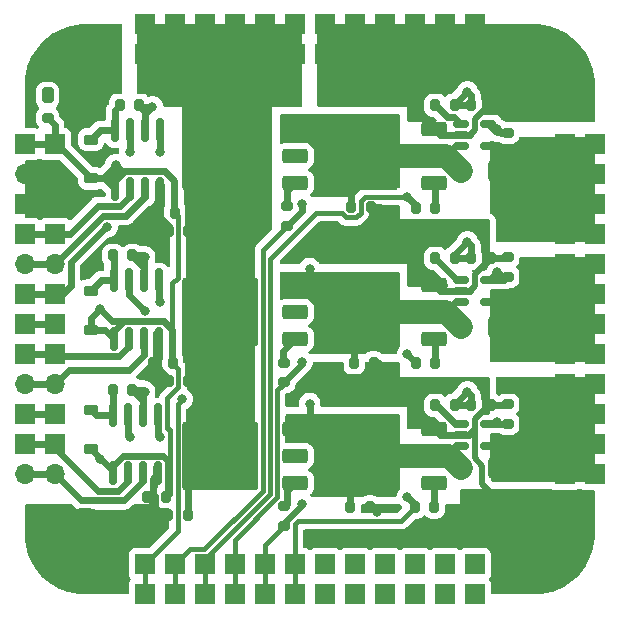
<source format=gbr>
%TF.GenerationSoftware,KiCad,Pcbnew,7.0.5*%
%TF.CreationDate,2024-12-02T20:01:47-05:00*%
%TF.ProjectId,eddie_bldc,65646469-655f-4626-9c64-632e6b696361,rev?*%
%TF.SameCoordinates,Original*%
%TF.FileFunction,Copper,L1,Top*%
%TF.FilePolarity,Positive*%
%FSLAX46Y46*%
G04 Gerber Fmt 4.6, Leading zero omitted, Abs format (unit mm)*
G04 Created by KiCad (PCBNEW 7.0.5) date 2024-12-02 20:01:47*
%MOMM*%
%LPD*%
G01*
G04 APERTURE LIST*
G04 Aperture macros list*
%AMRoundRect*
0 Rectangle with rounded corners*
0 $1 Rounding radius*
0 $2 $3 $4 $5 $6 $7 $8 $9 X,Y pos of 4 corners*
0 Add a 4 corners polygon primitive as box body*
4,1,4,$2,$3,$4,$5,$6,$7,$8,$9,$2,$3,0*
0 Add four circle primitives for the rounded corners*
1,1,$1+$1,$2,$3*
1,1,$1+$1,$4,$5*
1,1,$1+$1,$6,$7*
1,1,$1+$1,$8,$9*
0 Add four rect primitives between the rounded corners*
20,1,$1+$1,$2,$3,$4,$5,0*
20,1,$1+$1,$4,$5,$6,$7,0*
20,1,$1+$1,$6,$7,$8,$9,0*
20,1,$1+$1,$8,$9,$2,$3,0*%
G04 Aperture macros list end*
%TA.AperFunction,ComponentPad*%
%ADD10R,1.700000X1.700000*%
%TD*%
%TA.AperFunction,ComponentPad*%
%ADD11O,1.700000X1.700000*%
%TD*%
%TA.AperFunction,SMDPad,CuDef*%
%ADD12RoundRect,0.200000X-0.275000X0.200000X-0.275000X-0.200000X0.275000X-0.200000X0.275000X0.200000X0*%
%TD*%
%TA.AperFunction,SMDPad,CuDef*%
%ADD13RoundRect,0.200000X0.275000X-0.200000X0.275000X0.200000X-0.275000X0.200000X-0.275000X-0.200000X0*%
%TD*%
%TA.AperFunction,SMDPad,CuDef*%
%ADD14RoundRect,0.225000X-0.375000X0.225000X-0.375000X-0.225000X0.375000X-0.225000X0.375000X0.225000X0*%
%TD*%
%TA.AperFunction,SMDPad,CuDef*%
%ADD15RoundRect,0.200000X0.200000X0.275000X-0.200000X0.275000X-0.200000X-0.275000X0.200000X-0.275000X0*%
%TD*%
%TA.AperFunction,SMDPad,CuDef*%
%ADD16RoundRect,0.150000X-0.512500X-0.150000X0.512500X-0.150000X0.512500X0.150000X-0.512500X0.150000X0*%
%TD*%
%TA.AperFunction,SMDPad,CuDef*%
%ADD17RoundRect,0.200000X-0.200000X-0.275000X0.200000X-0.275000X0.200000X0.275000X-0.200000X0.275000X0*%
%TD*%
%TA.AperFunction,SMDPad,CuDef*%
%ADD18RoundRect,0.150000X0.150000X-0.825000X0.150000X0.825000X-0.150000X0.825000X-0.150000X-0.825000X0*%
%TD*%
%TA.AperFunction,SMDPad,CuDef*%
%ADD19RoundRect,0.250000X-0.312500X-0.625000X0.312500X-0.625000X0.312500X0.625000X-0.312500X0.625000X0*%
%TD*%
%TA.AperFunction,SMDPad,CuDef*%
%ADD20RoundRect,0.250000X0.850000X0.350000X-0.850000X0.350000X-0.850000X-0.350000X0.850000X-0.350000X0*%
%TD*%
%TA.AperFunction,SMDPad,CuDef*%
%ADD21RoundRect,0.250000X1.275000X1.125000X-1.275000X1.125000X-1.275000X-1.125000X1.275000X-1.125000X0*%
%TD*%
%TA.AperFunction,SMDPad,CuDef*%
%ADD22RoundRect,0.249997X2.950003X2.650003X-2.950003X2.650003X-2.950003X-2.650003X2.950003X-2.650003X0*%
%TD*%
%TA.AperFunction,ViaPad*%
%ADD23C,0.800000*%
%TD*%
%TA.AperFunction,ViaPad*%
%ADD24C,4.500000*%
%TD*%
%TA.AperFunction,Conductor*%
%ADD25C,0.400000*%
%TD*%
%TA.AperFunction,Conductor*%
%ADD26C,0.600000*%
%TD*%
%TA.AperFunction,Conductor*%
%ADD27C,1.000000*%
%TD*%
%TA.AperFunction,Conductor*%
%ADD28C,0.500000*%
%TD*%
%TA.AperFunction,Conductor*%
%ADD29C,1.250000*%
%TD*%
%TA.AperFunction,Conductor*%
%ADD30C,2.000000*%
%TD*%
%TA.AperFunction,Conductor*%
%ADD31C,0.250000*%
%TD*%
G04 APERTURE END LIST*
D10*
%TO.P,J17,1,Pin_1*%
%TO.N,Net-(U5-LO)*%
X35560000Y-60960000D03*
%TD*%
%TO.P,J16,1,Pin_1*%
%TO.N,Net-(U1-HO)*%
X25400000Y-60960000D03*
%TD*%
%TO.P,J16,1,Pin_1*%
%TO.N,Net-(U1-LO)*%
X27940000Y-60960000D03*
%TD*%
%TO.P,J18,1,Pin_1*%
%TO.N,N/C*%
X43180000Y-60960000D03*
%TD*%
%TO.P,J16,1,Pin_1*%
%TO.N,Net-(U3-HO)*%
X30480000Y-60960000D03*
%TD*%
%TO.P,J16,1,Pin_1*%
%TO.N,Net-(U3-LO)*%
X22860000Y-60960000D03*
%TD*%
%TO.P,J17,1,Pin_1*%
%TO.N,N/C*%
X40640000Y-60960000D03*
%TD*%
%TO.P,J17,1,Pin_1*%
%TO.N,Net-(U5-HO)*%
X33020000Y-60960000D03*
%TD*%
%TO.P,J18,1,Pin_1*%
%TO.N,N/C*%
X48260000Y-60960000D03*
%TD*%
%TO.P,J17,1,Pin_1*%
%TO.N,N/C*%
X38100000Y-60960000D03*
%TD*%
%TO.P,J18,1,Pin_1*%
%TO.N,N/C*%
X45720000Y-60960000D03*
%TD*%
%TO.P,J18,1,Pin_1*%
%TO.N,N/C*%
X50800000Y-60960000D03*
%TD*%
%TO.P,J3,1,Pin_1*%
%TO.N,/Single_Phase2/en_hs*%
X12700000Y-48255000D03*
D11*
%TO.P,J3,2,Pin_2*%
%TO.N,/Single_Phase2/en_ls*%
X12700000Y-50795000D03*
%TD*%
D10*
%TO.P,J7,1,Pin_1*%
%TO.N,+5V*%
X12700000Y-22855000D03*
D11*
%TO.P,J7,2,Pin_2*%
%TO.N,GND*%
X12700000Y-25395000D03*
%TD*%
D10*
%TO.P,J5,1,Pin_1*%
%TO.N,/Single_Phase1/I_SENSE*%
X12700000Y-38095000D03*
%TD*%
%TO.P,J1,1,Pin_1*%
%TO.N,/Single_Phase/en_hs*%
X12700000Y-30475000D03*
D11*
%TO.P,J1,2,Pin_2*%
%TO.N,/Single_Phase/en_ls*%
X12700000Y-33015000D03*
%TD*%
D10*
%TO.P,J4,1,Pin_1*%
%TO.N,/Single_Phase/I_SENSE*%
X12700000Y-35555000D03*
%TD*%
%TO.P,J2,1,Pin_1*%
%TO.N,/Single_Phase1/en_hs*%
X12700000Y-40635000D03*
D11*
%TO.P,J2,2,Pin_2*%
%TO.N,/Single_Phase1/en_ls*%
X12700000Y-43175000D03*
%TD*%
D10*
%TO.P,J6,1,Pin_1*%
%TO.N,/Single_Phase2/I_SENSE*%
X12700000Y-45715000D03*
%TD*%
%TO.P,J13,1,Pin_1*%
%TO.N,GND*%
X12700000Y-27935000D03*
%TD*%
%TO.P,J13,1,Pin_1*%
%TO.N,GND*%
X50800000Y-12700000D03*
%TD*%
%TO.P,J12,1,Pin_1*%
%TO.N,VD*%
X25400000Y-12700000D03*
%TD*%
%TO.P,J13,1,Pin_1*%
%TO.N,GND*%
X43180000Y-12700000D03*
%TD*%
%TO.P,J14,1,Pin_1*%
%TO.N,GND*%
X45720000Y-12700000D03*
%TD*%
%TO.P,J12,1,Pin_1*%
%TO.N,VD*%
X33020000Y-12700000D03*
%TD*%
%TO.P,J10,1,Pin_1*%
%TO.N,VD*%
X35560000Y-12700000D03*
%TD*%
%TO.P,J15,1,Pin_1*%
%TO.N,GND*%
X48260000Y-12700000D03*
%TD*%
%TO.P,J11,1,Pin_1*%
%TO.N,VD*%
X30480000Y-12700000D03*
%TD*%
%TO.P,J11,1,Pin_1*%
%TO.N,VD*%
X22860000Y-12700000D03*
%TD*%
%TO.P,J14,1,Pin_1*%
%TO.N,GND*%
X38100000Y-12700000D03*
%TD*%
%TO.P,J10,1,Pin_1*%
%TO.N,VD*%
X27940000Y-12700000D03*
%TD*%
%TO.P,J15,1,Pin_1*%
%TO.N,GND*%
X40640000Y-12700000D03*
%TD*%
%TO.P,J18,1,Pin_1*%
%TO.N,/Single_Phase2/OUTPUT*%
X60960000Y-48260000D03*
%TD*%
%TO.P,J17,1,Pin_1*%
%TO.N,/Single_Phase1/OUTPUT*%
X60960000Y-33020000D03*
%TD*%
%TO.P,J16,1,Pin_1*%
%TO.N,/Single_Phase/OUTPUT*%
X60960000Y-27940000D03*
%TD*%
%TO.P,J18,1,Pin_1*%
%TO.N,/Single_Phase2/OUTPUT*%
X60960000Y-43180000D03*
%TD*%
%TO.P,J16,1,Pin_1*%
%TO.N,/Single_Phase/OUTPUT*%
X60960000Y-30480000D03*
%TD*%
%TO.P,J17,1,Pin_1*%
%TO.N,/Single_Phase1/OUTPUT*%
X60960000Y-38100000D03*
%TD*%
%TO.P,J18,1,Pin_1*%
%TO.N,/Single_Phase2/OUTPUT*%
X60960000Y-50800000D03*
%TD*%
%TO.P,J16,1,Pin_1*%
%TO.N,/Single_Phase/OUTPUT*%
X60960000Y-22860000D03*
%TD*%
%TO.P,J17,1,Pin_1*%
%TO.N,/Single_Phase1/OUTPUT*%
X60960000Y-35560000D03*
%TD*%
%TO.P,J17,1,Pin_1*%
%TO.N,/Single_Phase1/OUTPUT*%
X60960000Y-40640000D03*
%TD*%
%TO.P,J16,1,Pin_1*%
%TO.N,/Single_Phase/OUTPUT*%
X60960000Y-25400000D03*
%TD*%
%TO.P,J18,1,Pin_1*%
%TO.N,/Single_Phase2/OUTPUT*%
X60960000Y-45720000D03*
%TD*%
%TO.P,J13,1,Pin_1*%
%TO.N,GND*%
X15240000Y-27940000D03*
%TD*%
D12*
%TO.P,D4,1,K*%
%TO.N,Net-(D4-K)*%
X14634379Y-18989512D03*
%TO.P,D4,2,A*%
%TO.N,+5V*%
X14634379Y-20639512D03*
%TD*%
D13*
%TO.P,R9,1*%
%TO.N,Net-(U5-HO)*%
X34635608Y-55147584D03*
%TO.P,R9,2*%
%TO.N,Net-(Q5-D)*%
X34635608Y-53497584D03*
%TD*%
D10*
%TO.P,J18,1,Pin_1*%
%TO.N,N/C*%
X45720000Y-58420000D03*
%TD*%
%TO.P,J11,1,Pin_1*%
%TO.N,VD*%
X30480000Y-15240000D03*
%TD*%
D14*
%TO.P,D1,1,K*%
%TO.N,Net-(D1-K)*%
X18319206Y-22462100D03*
%TO.P,D1,2,A*%
%TO.N,+5V*%
X18319206Y-25762100D03*
%TD*%
D10*
%TO.P,J14,1,Pin_1*%
%TO.N,GND*%
X38100000Y-15240000D03*
%TD*%
%TO.P,J17,1,Pin_1*%
%TO.N,N/C*%
X38100000Y-58420000D03*
%TD*%
D15*
%TO.P,C2,1*%
%TO.N,VD*%
X26527686Y-30175338D03*
%TO.P,C2,2*%
%TO.N,GND*%
X24877686Y-30175338D03*
%TD*%
D16*
%TO.P,U2,1*%
%TO.N,Net-(R3-Pad1)*%
X49662500Y-21148000D03*
%TO.P,U2,2,GND*%
%TO.N,GND*%
X49662500Y-22098000D03*
%TO.P,U2,3,+*%
%TO.N,/Single_Phase/OUTPUT_PRE_S*%
X49662500Y-23048000D03*
%TO.P,U2,4,-*%
%TO.N,/Single_Phase/OUTPUT*%
X51937500Y-23048000D03*
%TO.P,U2,5,V+*%
%TO.N,+5V*%
X51937500Y-21148000D03*
%TD*%
D10*
%TO.P,J15,1,Pin_1*%
%TO.N,GND*%
X48260000Y-15240000D03*
%TD*%
D15*
%TO.P,C1,1*%
%TO.N,+5V*%
X25420881Y-28644376D03*
%TO.P,C1,2*%
%TO.N,GND*%
X23770881Y-28644376D03*
%TD*%
D13*
%TO.P,R1,1*%
%TO.N,Net-(U1-HO)*%
X34908869Y-29773516D03*
%TO.P,R1,2*%
%TO.N,Net-(Q1-D)*%
X34908869Y-28123516D03*
%TD*%
D10*
%TO.P,J2,1,Pin_1*%
%TO.N,/Single_Phase1/en_hs*%
X15240000Y-40640000D03*
D11*
%TO.P,J2,2,Pin_2*%
%TO.N,/Single_Phase1/en_ls*%
X15240000Y-43180000D03*
%TD*%
D10*
%TO.P,J11,1,Pin_1*%
%TO.N,VD*%
X22860000Y-15240000D03*
%TD*%
D17*
%TO.P,R6,1*%
%TO.N,Net-(U3-LO)*%
X45817381Y-41406592D03*
%TO.P,R6,2*%
%TO.N,Net-(Q4-D)*%
X47467381Y-41406592D03*
%TD*%
D10*
%TO.P,J18,1,Pin_1*%
%TO.N,N/C*%
X50800000Y-58420000D03*
%TD*%
D17*
%TO.P,R11,1*%
%TO.N,Net-(R11-Pad1)*%
X47435000Y-44958000D03*
%TO.P,R11,2*%
%TO.N,/Single_Phase2/I_SENSE*%
X49085000Y-44958000D03*
%TD*%
D10*
%TO.P,J15,1,Pin_1*%
%TO.N,GND*%
X40640000Y-15240000D03*
%TD*%
%TO.P,J6,1,Pin_1*%
%TO.N,/Single_Phase2/I_SENSE*%
X15240000Y-45720000D03*
%TD*%
%TO.P,J18,1,Pin_1*%
%TO.N,/Single_Phase2/OUTPUT*%
X58420000Y-45720000D03*
%TD*%
D18*
%TO.P,U5,1,VCC*%
%TO.N,+5V*%
X20196061Y-50735000D03*
%TO.P,U5,2,HIN*%
%TO.N,/Single_Phase2/en_hs*%
X21466061Y-50735000D03*
%TO.P,U5,3,LIN*%
%TO.N,/Single_Phase2/en_ls*%
X22736061Y-50735000D03*
%TO.P,U5,4,COM*%
%TO.N,GND*%
X24006061Y-50735000D03*
%TO.P,U5,5,LO*%
%TO.N,Net-(U5-LO)*%
X24006061Y-45785000D03*
%TO.P,U5,6,VS*%
%TO.N,/Single_Phase2/OUTPUT_PRE_S*%
X22736061Y-45785000D03*
%TO.P,U5,7,HO*%
%TO.N,Net-(U5-HO)*%
X21466061Y-45785000D03*
%TO.P,U5,8,VB*%
%TO.N,Net-(D3-K)*%
X20196061Y-45785000D03*
%TD*%
D19*
%TO.P,R3_SHUNT3,1*%
%TO.N,/Single_Phase2/OUTPUT_PRE_S*%
X49591500Y-50292000D03*
%TO.P,R3_SHUNT3,2*%
%TO.N,/Single_Phase2/OUTPUT*%
X52516500Y-50292000D03*
%TD*%
D10*
%TO.P,J18,1,Pin_1*%
%TO.N,N/C*%
X48260000Y-58420000D03*
%TD*%
%TO.P,J10,1,Pin_1*%
%TO.N,VD*%
X27940000Y-15240000D03*
%TD*%
D20*
%TO.P,Q4,1,D*%
%TO.N,Net-(Q4-D)*%
X47345000Y-39365000D03*
%TO.P,Q4,2,G*%
%TO.N,/Single_Phase1/OUTPUT_PRE_S*%
X47345000Y-37085000D03*
D21*
X42720000Y-38610000D03*
X42720000Y-35560000D03*
D22*
X41045000Y-37085000D03*
D21*
X39370000Y-38610000D03*
X39370000Y-35560000D03*
D20*
%TO.P,Q4,3,S*%
%TO.N,GND*%
X47345000Y-34805000D03*
%TD*%
D10*
%TO.P,J17,1,Pin_1*%
%TO.N,/Single_Phase1/OUTPUT*%
X58420000Y-38100000D03*
%TD*%
D19*
%TO.P,R3_SHUNT1,1*%
%TO.N,/Single_Phase/OUTPUT_PRE_S*%
X49591500Y-25146000D03*
%TO.P,R3_SHUNT1,2*%
%TO.N,/Single_Phase/OUTPUT*%
X52516500Y-25146000D03*
%TD*%
D10*
%TO.P,J12,1,Pin_1*%
%TO.N,VD*%
X33020000Y-15240000D03*
%TD*%
D18*
%TO.P,U3,1,VCC*%
%TO.N,+5V*%
X20247167Y-39338085D03*
%TO.P,U3,2,HIN*%
%TO.N,/Single_Phase1/en_hs*%
X21517167Y-39338085D03*
%TO.P,U3,3,LIN*%
%TO.N,/Single_Phase1/en_ls*%
X22787167Y-39338085D03*
%TO.P,U3,4,COM*%
%TO.N,GND*%
X24057167Y-39338085D03*
%TO.P,U3,5,LO*%
%TO.N,Net-(U3-LO)*%
X24057167Y-34388085D03*
%TO.P,U3,6,VS*%
%TO.N,/Single_Phase1/OUTPUT_PRE_S*%
X22787167Y-34388085D03*
%TO.P,U3,7,HO*%
%TO.N,Net-(U3-HO)*%
X21517167Y-34388085D03*
%TO.P,U3,8,VB*%
%TO.N,Net-(D2-K)*%
X20247167Y-34388085D03*
%TD*%
D10*
%TO.P,J17,1,Pin_1*%
%TO.N,/Single_Phase1/OUTPUT*%
X58420000Y-35560000D03*
%TD*%
%TO.P,J17,1,Pin_1*%
%TO.N,N/C*%
X40640000Y-58420000D03*
%TD*%
%TO.P,J17,1,Pin_1*%
%TO.N,Net-(U5-HO)*%
X33020000Y-58420000D03*
%TD*%
%TO.P,J16,1,Pin_1*%
%TO.N,/Single_Phase/OUTPUT*%
X58420000Y-22860000D03*
%TD*%
D17*
%TO.P,R2,1*%
%TO.N,Net-(U1-LO)*%
X45818366Y-28235527D03*
%TO.P,R2,2*%
%TO.N,Net-(Q2-D)*%
X47468366Y-28235527D03*
%TD*%
%TO.P,R10,1*%
%TO.N,Net-(U5-LO)*%
X45722080Y-53576520D03*
%TO.P,R10,2*%
%TO.N,Net-(Q6-D)*%
X47372080Y-53576520D03*
%TD*%
D15*
%TO.P,R12,1*%
%TO.N,GND*%
X52133000Y-44958000D03*
%TO.P,R12,2*%
%TO.N,/Single_Phase2/I_SENSE*%
X50483000Y-44958000D03*
%TD*%
D19*
%TO.P,R3_SHUNT2,1*%
%TO.N,/Single_Phase1/OUTPUT_PRE_S*%
X49591500Y-38354000D03*
%TO.P,R3_SHUNT2,2*%
%TO.N,/Single_Phase1/OUTPUT*%
X52516500Y-38354000D03*
%TD*%
D10*
%TO.P,J16,1,Pin_1*%
%TO.N,/Single_Phase/OUTPUT*%
X58420000Y-25400000D03*
%TD*%
D20*
%TO.P,Q2,1,D*%
%TO.N,Net-(Q2-D)*%
X47345000Y-26155000D03*
%TO.P,Q2,2,G*%
%TO.N,/Single_Phase/OUTPUT_PRE_S*%
X47345000Y-23875000D03*
D21*
X42720000Y-25400000D03*
X42720000Y-22350000D03*
D22*
X41045000Y-23875000D03*
D21*
X39370000Y-25400000D03*
X39370000Y-22350000D03*
D20*
%TO.P,Q2,3,S*%
%TO.N,GND*%
X47345000Y-21595000D03*
%TD*%
D10*
%TO.P,J18,1,Pin_1*%
%TO.N,/Single_Phase2/OUTPUT*%
X58420000Y-50800000D03*
%TD*%
%TO.P,J1,1,Pin_1*%
%TO.N,/Single_Phase/en_hs*%
X15240000Y-30480000D03*
D11*
%TO.P,J1,2,Pin_2*%
%TO.N,/Single_Phase/en_ls*%
X15240000Y-33020000D03*
%TD*%
D10*
%TO.P,J4,1,Pin_1*%
%TO.N,/Single_Phase/I_SENSE*%
X15240000Y-35560000D03*
%TD*%
%TO.P,J17,1,Pin_1*%
%TO.N,/Single_Phase1/OUTPUT*%
X58420000Y-40640000D03*
%TD*%
D17*
%TO.P,R7,1*%
%TO.N,Net-(R7-Pad1)*%
X47435000Y-32512000D03*
%TO.P,R7,2*%
%TO.N,/Single_Phase1/I_SENSE*%
X49085000Y-32512000D03*
%TD*%
%TO.P,C1_BOOT3,1*%
%TO.N,Net-(D3-K)*%
X20159379Y-43644275D03*
%TO.P,C1_BOOT3,2*%
%TO.N,/Single_Phase2/OUTPUT_PRE_S*%
X21809379Y-43644275D03*
%TD*%
D10*
%TO.P,J14,1,Pin_1*%
%TO.N,GND*%
X45720000Y-15240000D03*
%TD*%
D14*
%TO.P,D3,1,K*%
%TO.N,Net-(D3-K)*%
X18268100Y-45340000D03*
%TO.P,D3,2,A*%
%TO.N,+5V*%
X18268100Y-48640000D03*
%TD*%
D13*
%TO.P,C12,1*%
%TO.N,+5V*%
X53594000Y-21907000D03*
%TO.P,C12,2*%
%TO.N,GND*%
X53594000Y-20257000D03*
%TD*%
D10*
%TO.P,J10,1,Pin_1*%
%TO.N,VD*%
X35560000Y-15240000D03*
%TD*%
D20*
%TO.P,Q5,1,D*%
%TO.N,Net-(Q5-D)*%
X35560000Y-51550000D03*
%TO.P,Q5,2,G*%
%TO.N,VD*%
X35560000Y-49270000D03*
D21*
X30935000Y-50795000D03*
X30935000Y-47745000D03*
D22*
X29260000Y-49270000D03*
D21*
X27585000Y-50795000D03*
X27585000Y-47745000D03*
D20*
%TO.P,Q5,3,S*%
%TO.N,/Single_Phase2/OUTPUT_PRE_S*%
X35560000Y-46990000D03*
%TD*%
D10*
%TO.P,J16,1,Pin_1*%
%TO.N,Net-(U3-LO)*%
X22860000Y-58420000D03*
%TD*%
D13*
%TO.P,R13,1*%
%TO.N,Net-(D4-K)*%
X14634379Y-18479512D03*
%TO.P,R13,2*%
%TO.N,GND*%
X14634379Y-16829512D03*
%TD*%
D10*
%TO.P,J16,1,Pin_1*%
%TO.N,Net-(U3-HO)*%
X30480000Y-58420000D03*
%TD*%
D20*
%TO.P,Q3,1,D*%
%TO.N,Net-(Q3-D)*%
X35560000Y-39365000D03*
%TO.P,Q3,2,G*%
%TO.N,VD*%
X35560000Y-37085000D03*
D21*
X30935000Y-38610000D03*
X30935000Y-35560000D03*
D22*
X29260000Y-37085000D03*
D21*
X27585000Y-38610000D03*
X27585000Y-35560000D03*
D20*
%TO.P,Q3,3,S*%
%TO.N,/Single_Phase1/OUTPUT_PRE_S*%
X35560000Y-34805000D03*
%TD*%
D17*
%TO.P,C7,1*%
%TO.N,/Single_Phase1/OUTPUT_PRE_S*%
X40590742Y-41381903D03*
%TO.P,C7,2*%
%TO.N,GND*%
X42240742Y-41381903D03*
%TD*%
D10*
%TO.P,J13,1,Pin_1*%
%TO.N,GND*%
X43180000Y-15240000D03*
%TD*%
%TO.P,J5,1,Pin_1*%
%TO.N,/Single_Phase1/I_SENSE*%
X15240000Y-38100000D03*
%TD*%
D15*
%TO.P,C5,1*%
%TO.N,+5V*%
X25223615Y-41406344D03*
%TO.P,C5,2*%
%TO.N,GND*%
X23573615Y-41406344D03*
%TD*%
D10*
%TO.P,J7,1,Pin_1*%
%TO.N,+5V*%
X15240000Y-22860000D03*
D11*
%TO.P,J7,2,Pin_2*%
%TO.N,GND*%
X15240000Y-25400000D03*
%TD*%
D15*
%TO.P,C9,1*%
%TO.N,+5V*%
X24688703Y-52708324D03*
%TO.P,C9,2*%
%TO.N,GND*%
X23038703Y-52708324D03*
%TD*%
%TO.P,R8,1*%
%TO.N,GND*%
X52133000Y-32512000D03*
%TO.P,R8,2*%
%TO.N,/Single_Phase1/I_SENSE*%
X50483000Y-32512000D03*
%TD*%
D10*
%TO.P,J3,1,Pin_1*%
%TO.N,/Single_Phase2/en_hs*%
X15240000Y-48260000D03*
D11*
%TO.P,J3,2,Pin_2*%
%TO.N,/Single_Phase2/en_ls*%
X15240000Y-50800000D03*
%TD*%
D10*
%TO.P,J16,1,Pin_1*%
%TO.N,Net-(U1-LO)*%
X27940000Y-58420000D03*
%TD*%
%TO.P,J13,1,Pin_1*%
%TO.N,GND*%
X50800000Y-15240000D03*
%TD*%
D13*
%TO.P,C8,1*%
%TO.N,+5V*%
X53594000Y-46545000D03*
%TO.P,C8,2*%
%TO.N,GND*%
X53594000Y-44895000D03*
%TD*%
D10*
%TO.P,J16,1,Pin_1*%
%TO.N,/Single_Phase/OUTPUT*%
X58420000Y-30480000D03*
%TD*%
D17*
%TO.P,C1_BOOT1,1*%
%TO.N,Net-(D1-K)*%
X20738583Y-19564517D03*
%TO.P,C1_BOOT1,2*%
%TO.N,/Single_Phase/OUTPUT_PRE_S*%
X22388583Y-19564517D03*
%TD*%
D10*
%TO.P,J18,1,Pin_1*%
%TO.N,/Single_Phase2/OUTPUT*%
X58420000Y-43180000D03*
%TD*%
D16*
%TO.P,U6,1*%
%TO.N,Net-(R11-Pad1)*%
X49662500Y-46548000D03*
%TO.P,U6,2,GND*%
%TO.N,GND*%
X49662500Y-47498000D03*
%TO.P,U6,3,+*%
%TO.N,/Single_Phase2/OUTPUT_PRE_S*%
X49662500Y-48448000D03*
%TO.P,U6,4,-*%
%TO.N,/Single_Phase2/OUTPUT*%
X51937500Y-48448000D03*
%TO.P,U6,5,V+*%
%TO.N,+5V*%
X51937500Y-46548000D03*
%TD*%
D10*
%TO.P,J12,1,Pin_1*%
%TO.N,VD*%
X25400000Y-15240000D03*
%TD*%
D17*
%TO.P,R3,1*%
%TO.N,Net-(R3-Pad1)*%
X47435000Y-19558000D03*
%TO.P,R3,2*%
%TO.N,/Single_Phase/I_SENSE*%
X49085000Y-19558000D03*
%TD*%
%TO.P,C1_BOOT2,1*%
%TO.N,Net-(D2-K)*%
X20150972Y-32272913D03*
%TO.P,C1_BOOT2,2*%
%TO.N,/Single_Phase1/OUTPUT_PRE_S*%
X21800972Y-32272913D03*
%TD*%
%TO.P,C3,1*%
%TO.N,/Single_Phase/OUTPUT_PRE_S*%
X40333467Y-28180470D03*
%TO.P,C3,2*%
%TO.N,GND*%
X41983467Y-28180470D03*
%TD*%
%TO.P,C11,1*%
%TO.N,/Single_Phase2/OUTPUT_PRE_S*%
X40261375Y-53578495D03*
%TO.P,C11,2*%
%TO.N,GND*%
X41911375Y-53578495D03*
%TD*%
D15*
%TO.P,R4,1*%
%TO.N,GND*%
X52133000Y-19558000D03*
%TO.P,R4,2*%
%TO.N,/Single_Phase/I_SENSE*%
X50483000Y-19558000D03*
%TD*%
%TO.P,C10,1*%
%TO.N,VD*%
X26494603Y-54273740D03*
%TO.P,C10,2*%
%TO.N,GND*%
X24844603Y-54273740D03*
%TD*%
D10*
%TO.P,J16,1,Pin_1*%
%TO.N,Net-(U1-HO)*%
X25400000Y-58420000D03*
%TD*%
D14*
%TO.P,D2,1,K*%
%TO.N,Net-(D2-K)*%
X18293653Y-35264191D03*
%TO.P,D2,2,A*%
%TO.N,+5V*%
X18293653Y-38564191D03*
%TD*%
D13*
%TO.P,C4,1*%
%TO.N,+5V*%
X53594000Y-34099000D03*
%TO.P,C4,2*%
%TO.N,GND*%
X53594000Y-32449000D03*
%TD*%
D10*
%TO.P,J16,1,Pin_1*%
%TO.N,/Single_Phase/OUTPUT*%
X58420000Y-27940000D03*
%TD*%
D20*
%TO.P,Q6,1,D*%
%TO.N,Net-(Q6-D)*%
X47345000Y-51555000D03*
%TO.P,Q6,2,G*%
%TO.N,/Single_Phase2/OUTPUT_PRE_S*%
X47345000Y-49275000D03*
D21*
X42720000Y-50800000D03*
X42720000Y-47750000D03*
D22*
X41045000Y-49275000D03*
D21*
X39370000Y-50800000D03*
X39370000Y-47750000D03*
D20*
%TO.P,Q6,3,S*%
%TO.N,GND*%
X47345000Y-46995000D03*
%TD*%
D10*
%TO.P,J17,1,Pin_1*%
%TO.N,/Single_Phase1/OUTPUT*%
X58420000Y-33020000D03*
%TD*%
D16*
%TO.P,U4,1*%
%TO.N,Net-(R7-Pad1)*%
X49662500Y-34356000D03*
%TO.P,U4,2,GND*%
%TO.N,GND*%
X49662500Y-35306000D03*
%TO.P,U4,3,+*%
%TO.N,/Single_Phase1/OUTPUT_PRE_S*%
X49662500Y-36256000D03*
%TO.P,U4,4,-*%
%TO.N,/Single_Phase1/OUTPUT*%
X51937500Y-36256000D03*
%TO.P,U4,5,V+*%
%TO.N,+5V*%
X51937500Y-34356000D03*
%TD*%
D10*
%TO.P,J18,1,Pin_1*%
%TO.N,/Single_Phase2/OUTPUT*%
X58420000Y-48260000D03*
%TD*%
D18*
%TO.P,U1,1,VCC*%
%TO.N,+5V*%
X20349379Y-26638206D03*
%TO.P,U1,2,HIN*%
%TO.N,/Single_Phase/en_hs*%
X21619379Y-26638206D03*
%TO.P,U1,3,LIN*%
%TO.N,/Single_Phase/en_ls*%
X22889379Y-26638206D03*
%TO.P,U1,4,COM*%
%TO.N,GND*%
X24159379Y-26638206D03*
%TO.P,U1,5,LO*%
%TO.N,Net-(U1-LO)*%
X24159379Y-21688206D03*
%TO.P,U1,6,VS*%
%TO.N,/Single_Phase/OUTPUT_PRE_S*%
X22889379Y-21688206D03*
%TO.P,U1,7,HO*%
%TO.N,Net-(U1-HO)*%
X21619379Y-21688206D03*
%TO.P,U1,8,VB*%
%TO.N,Net-(D1-K)*%
X20349379Y-21688206D03*
%TD*%
D20*
%TO.P,Q1,1,D*%
%TO.N,Net-(Q1-D)*%
X35560000Y-26155000D03*
%TO.P,Q1,2,G*%
%TO.N,VD*%
X35560000Y-23875000D03*
D21*
X30935000Y-25400000D03*
X30935000Y-22350000D03*
D22*
X29260000Y-23875000D03*
D21*
X27585000Y-25400000D03*
X27585000Y-22350000D03*
D20*
%TO.P,Q1,3,S*%
%TO.N,/Single_Phase/OUTPUT_PRE_S*%
X35560000Y-21595000D03*
%TD*%
D10*
%TO.P,J17,1,Pin_1*%
%TO.N,Net-(U5-LO)*%
X35560000Y-58420000D03*
%TD*%
%TO.P,J18,1,Pin_1*%
%TO.N,N/C*%
X43180000Y-58420000D03*
%TD*%
D13*
%TO.P,R5,1*%
%TO.N,Net-(U3-HO)*%
X34629720Y-43006848D03*
%TO.P,R5,2*%
%TO.N,Net-(Q3-D)*%
X34629720Y-41356848D03*
%TD*%
D15*
%TO.P,C6,1*%
%TO.N,VD*%
X26545709Y-42928174D03*
%TO.P,C6,2*%
%TO.N,GND*%
X24895709Y-42928174D03*
%TD*%
D23*
%TO.N,Net-(U3-LO)*%
X26035000Y-44450000D03*
%TO.N,+5V*%
X19104050Y-49475950D03*
X52705000Y-21590000D03*
X20394802Y-24597609D03*
X19050000Y-36830000D03*
X52705000Y-33655000D03*
X52705000Y-46355000D03*
D24*
%TO.N,GND*%
X17780000Y-55900000D03*
D23*
X23495000Y-53975000D03*
D24*
X55930000Y-56140000D03*
D23*
X42545000Y-53975000D03*
X43180000Y-41910000D03*
X23495000Y-29845000D03*
D24*
X55930000Y-18020000D03*
D23*
X43180000Y-28575000D03*
D24*
X17780000Y-17780000D03*
D23*
X24103635Y-41936365D03*
%TO.N,/Single_Phase/OUTPUT_PRE_S*%
X36830000Y-20690500D03*
X23495000Y-19685000D03*
%TO.N,Net-(U1-HO)*%
X21590000Y-23495000D03*
X36195000Y-27940000D03*
%TO.N,Net-(U1-LO)*%
X24130000Y-23495000D03*
X45085000Y-27305000D03*
%TO.N,/Single_Phase/I_SENSE*%
X50165000Y-18415000D03*
X19686043Y-29846043D03*
%TO.N,/Single_Phase1/OUTPUT_PRE_S*%
X36830000Y-33390500D03*
X22860000Y-32385000D03*
%TO.N,/Single_Phase2/OUTPUT_PRE_S*%
X36830000Y-44820500D03*
X22860000Y-43815000D03*
%TO.N,Net-(U3-HO)*%
X36195000Y-41275000D03*
X22860000Y-36963585D03*
%TO.N,Net-(U3-LO)*%
X45085000Y-40640000D03*
X24130000Y-36195000D03*
%TO.N,/Single_Phase1/I_SENSE*%
X50165000Y-31115000D03*
%TO.N,Net-(U5-HO)*%
X36195000Y-53340000D03*
X21590000Y-47625000D03*
%TO.N,Net-(U5-LO)*%
X24130000Y-47625000D03*
X45085000Y-52705000D03*
%TO.N,/Single_Phase2/I_SENSE*%
X50165000Y-43815000D03*
%TD*%
D25*
%TO.N,Net-(U5-LO)*%
X44523600Y-54775000D02*
X45722080Y-53576520D01*
X35813091Y-54775000D02*
X44523600Y-54775000D01*
X35560000Y-55028091D02*
X35813091Y-54775000D01*
X35560000Y-58420000D02*
X35560000Y-55028091D01*
%TO.N,Net-(U5-HO)*%
X33020000Y-58420000D02*
X33020000Y-56763192D01*
X33020000Y-56763192D02*
X34635608Y-55147584D01*
%TO.N,Net-(U1-HO)*%
X25400000Y-58460000D02*
X25400000Y-60760000D01*
X26690000Y-57170000D02*
X25400000Y-58460000D01*
X27879241Y-57170000D02*
X26690000Y-57170000D01*
X32860000Y-31822385D02*
X32860000Y-52189241D01*
X32860000Y-52189241D02*
X27879241Y-57170000D01*
X34908869Y-29773516D02*
X32860000Y-31822385D01*
%TO.N,Net-(U1-LO)*%
X27940000Y-57957769D02*
X27940000Y-60760000D01*
X33460000Y-52437769D02*
X27940000Y-57957769D01*
X33460000Y-32580000D02*
X33460000Y-52437769D01*
X37336002Y-28703998D02*
X33460000Y-32580000D01*
X39884939Y-29055470D02*
X39533467Y-28703998D01*
X40781995Y-29055470D02*
X39884939Y-29055470D01*
X39533467Y-28703998D02*
X37336002Y-28703998D01*
X41133467Y-27706942D02*
X41133467Y-28703998D01*
X45085000Y-27305000D02*
X41535409Y-27305000D01*
X41535409Y-27305000D02*
X41133467Y-27706942D01*
X41133467Y-28703998D02*
X40781995Y-29055470D01*
%TO.N,Net-(U3-HO)*%
X30480000Y-56329664D02*
X30480000Y-58420000D01*
X34060000Y-52749664D02*
X30480000Y-56329664D01*
X34629720Y-43006848D02*
X34629720Y-43135560D01*
X34629720Y-43135560D02*
X34060000Y-43705280D01*
X34060000Y-43705280D02*
X34060000Y-52749664D01*
%TO.N,Net-(U5-LO)*%
X35560000Y-58420000D02*
X35560000Y-60760000D01*
%TO.N,Net-(U5-HO)*%
X33020000Y-58420000D02*
X33020000Y-60760000D01*
%TO.N,Net-(U3-HO)*%
X30480000Y-58420000D02*
X30480000Y-60760000D01*
%TO.N,Net-(U3-LO)*%
X22860000Y-58420000D02*
X22860000Y-60760000D01*
X25644603Y-55635397D02*
X22860000Y-58420000D01*
X25644603Y-44840397D02*
X25644603Y-55635397D01*
X26035000Y-44450000D02*
X25644603Y-44840397D01*
D26*
%TO.N,+5V*%
X20196061Y-50110761D02*
X20196061Y-50735000D01*
X24425300Y-49260000D02*
X21046822Y-49260000D01*
X24806061Y-49640761D02*
X24425300Y-49260000D01*
X24806061Y-52590966D02*
X24806061Y-49640761D01*
X24688703Y-52708324D02*
X24806061Y-52590966D01*
D25*
X25695709Y-41878438D02*
X25223615Y-41406344D01*
X24765000Y-46865759D02*
X24765000Y-44382411D01*
X25695709Y-43451702D02*
X25695709Y-41878438D01*
X24955000Y-47055759D02*
X24765000Y-46865759D01*
X24955000Y-52442027D02*
X24955000Y-47055759D01*
X24688703Y-52708324D02*
X24955000Y-52442027D01*
X24765000Y-44382411D02*
X25695709Y-43451702D01*
D26*
X21046822Y-49260000D02*
X20196061Y-50110761D01*
%TO.N,GND*%
X24103635Y-42136100D02*
X24895709Y-42928174D01*
X24103635Y-41936365D02*
X24103635Y-42136100D01*
X23573615Y-41406345D02*
X23573615Y-41406344D01*
X24103635Y-41936365D02*
X23573615Y-41406345D01*
%TO.N,Net-(U3-HO)*%
X21517167Y-35620752D02*
X21517167Y-34388085D01*
X22860000Y-36963585D02*
X21517167Y-35620752D01*
%TO.N,GND*%
X23736810Y-54216810D02*
X23736810Y-52673028D01*
X23793740Y-54273740D02*
X23736810Y-54216810D01*
X23536061Y-52472279D02*
X23736810Y-52673028D01*
X24006061Y-50735000D02*
X23536061Y-51205000D01*
X23536061Y-51205000D02*
X23536061Y-52472279D01*
%TO.N,Net-(Q5-D)*%
X34686505Y-53578495D02*
X34925000Y-53340000D01*
X34925000Y-53340000D02*
X34925000Y-52185000D01*
X34925000Y-52185000D02*
X35560000Y-51550000D01*
X34620231Y-53578495D02*
X34686505Y-53578495D01*
%TO.N,Net-(U1-LO)*%
X45818366Y-28038366D02*
X45085000Y-27305000D01*
X45818366Y-28235527D02*
X45818366Y-28038366D01*
%TO.N,+5V*%
X13005000Y-22860000D02*
X13000000Y-22855000D01*
X15240000Y-22860000D02*
X13005000Y-22860000D01*
D27*
%TO.N,GND*%
X13205000Y-25400000D02*
X13200000Y-25395000D01*
X15240000Y-25400000D02*
X13205000Y-25400000D01*
X13205000Y-27940000D02*
X13200000Y-27935000D01*
X15240000Y-27940000D02*
X13205000Y-27940000D01*
D26*
%TO.N,/Single_Phase/en_hs*%
X13005000Y-30480000D02*
X13000000Y-30475000D01*
X15240000Y-30480000D02*
X13005000Y-30480000D01*
%TO.N,/Single_Phase/en_ls*%
X13005000Y-33020000D02*
X13000000Y-33015000D01*
X15240000Y-33020000D02*
X13005000Y-33020000D01*
%TO.N,/Single_Phase/I_SENSE*%
X15240000Y-35560000D02*
X13005000Y-35560000D01*
X13005000Y-35560000D02*
X13000000Y-35555000D01*
%TO.N,/Single_Phase1/I_SENSE*%
X15240000Y-38100000D02*
X13005000Y-38100000D01*
X13005000Y-38100000D02*
X13000000Y-38095000D01*
%TO.N,/Single_Phase1/en_hs*%
X15240000Y-40640000D02*
X13005000Y-40640000D01*
X13005000Y-40640000D02*
X13000000Y-40635000D01*
%TO.N,/Single_Phase1/en_ls*%
X15240000Y-43180000D02*
X13005000Y-43180000D01*
X13005000Y-43180000D02*
X13000000Y-43175000D01*
%TO.N,/Single_Phase2/I_SENSE*%
X13005000Y-45720000D02*
X13000000Y-45715000D01*
X15240000Y-45720000D02*
X13005000Y-45720000D01*
%TO.N,/Single_Phase2/en_hs*%
X13005000Y-48260000D02*
X13000000Y-48255000D01*
X15240000Y-48260000D02*
X13005000Y-48260000D01*
%TO.N,/Single_Phase2/en_ls*%
X13005000Y-50800000D02*
X13000000Y-50795000D01*
X15240000Y-50800000D02*
X13005000Y-50800000D01*
D27*
%TO.N,/Single_Phase2/OUTPUT*%
X58420000Y-50800000D02*
X60460000Y-50800000D01*
X58420000Y-48260000D02*
X60460000Y-48260000D01*
X58420000Y-45720000D02*
X60460000Y-45720000D01*
X58420000Y-43180000D02*
X60460000Y-43180000D01*
%TO.N,/Single_Phase1/OUTPUT*%
X58420000Y-40640000D02*
X60460000Y-40640000D01*
X58420000Y-38100000D02*
X60460000Y-38100000D01*
X58420000Y-35560000D02*
X60460000Y-35560000D01*
X58420000Y-33020000D02*
X60460000Y-33020000D01*
%TO.N,/Single_Phase/OUTPUT*%
X58420000Y-30480000D02*
X60460000Y-30480000D01*
X58420000Y-27940000D02*
X60460000Y-27940000D01*
X58420000Y-25400000D02*
X60460000Y-25400000D01*
X58420000Y-22860000D02*
X60460000Y-22860000D01*
%TO.N,GND*%
X50800000Y-15240000D02*
X50800000Y-13200000D01*
X48260000Y-15240000D02*
X48260000Y-13200000D01*
X45720000Y-15240000D02*
X45720000Y-13200000D01*
X43180000Y-15240000D02*
X43180000Y-13200000D01*
X40640000Y-15240000D02*
X40640000Y-13200000D01*
X38100000Y-15240000D02*
X38100000Y-13200000D01*
%TO.N,VD*%
X35560000Y-15240000D02*
X35560000Y-13200000D01*
X33020000Y-15240000D02*
X33020000Y-13200000D01*
X30480000Y-15240000D02*
X30480000Y-13200000D01*
X27940000Y-15240000D02*
X27940000Y-13200000D01*
X25400000Y-15240000D02*
X25400000Y-13200000D01*
X22860000Y-15240000D02*
X22860000Y-13200000D01*
D26*
%TO.N,+5V*%
X20196061Y-50735000D02*
X20196061Y-50567961D01*
X20196061Y-50567961D02*
X18268100Y-48640000D01*
%TO.N,Net-(D3-K)*%
X18713100Y-45785000D02*
X18268100Y-45340000D01*
X20196061Y-45785000D02*
X18713100Y-45785000D01*
%TO.N,+5V*%
X20959173Y-25404173D02*
X20394802Y-24839802D01*
X52263000Y-21148000D02*
X52705000Y-21590000D01*
D25*
X25677686Y-28901181D02*
X25677686Y-34148073D01*
D26*
X25173615Y-38560294D02*
X25173615Y-38735000D01*
X51937500Y-34356000D02*
X53287000Y-34356000D01*
D25*
X25420881Y-28644376D02*
X25677686Y-28901181D01*
D26*
X53287000Y-34356000D02*
X53594000Y-34049000D01*
X52895000Y-46545000D02*
X52705000Y-46355000D01*
X20349379Y-24643032D02*
X20394802Y-24597609D01*
X18293653Y-38564191D02*
X19473273Y-38564191D01*
X19473273Y-25762100D02*
X20349379Y-26638206D01*
X51937500Y-34356000D02*
X52004000Y-34356000D01*
X20959173Y-25404173D02*
X21200140Y-25163206D01*
X19987279Y-25762100D02*
X20349379Y-25400000D01*
X25173615Y-38735000D02*
X25173615Y-41406344D01*
X53594000Y-46545000D02*
X52895000Y-46545000D01*
X18293653Y-38564191D02*
X18293653Y-37586347D01*
X19473273Y-38564191D02*
X20247167Y-39338085D01*
X15417106Y-22860000D02*
X18319206Y-25762100D01*
X51937500Y-21148000D02*
X52263000Y-21148000D01*
X18293653Y-37586347D02*
X19050000Y-36830000D01*
X21097928Y-37863085D02*
X21590000Y-37863085D01*
X52512000Y-46548000D02*
X52705000Y-46355000D01*
X20394802Y-24839802D02*
X20394802Y-24597609D01*
X20247167Y-39338085D02*
X20247167Y-38713846D01*
X53594000Y-21857000D02*
X52646500Y-21857000D01*
X51937500Y-46548000D02*
X52512000Y-46548000D01*
X51937500Y-46548000D02*
X53541000Y-46548000D01*
X53149000Y-34099000D02*
X52705000Y-33655000D01*
D25*
X25173615Y-34652144D02*
X25173615Y-38735000D01*
D26*
X20960399Y-25163206D02*
X20394802Y-24597609D01*
X53022000Y-21907000D02*
X52705000Y-21590000D01*
X52646500Y-21857000D02*
X51937500Y-21148000D01*
X15240000Y-22860000D02*
X15417106Y-22860000D01*
X53541000Y-46548000D02*
X53594000Y-46495000D01*
X21590000Y-37863085D02*
X24476406Y-37863085D01*
X52004000Y-34356000D02*
X52705000Y-33655000D01*
X20349379Y-26638206D02*
X20349379Y-26013967D01*
X19322900Y-25762100D02*
X19987279Y-25762100D01*
X15240000Y-21245133D02*
X14634379Y-20639512D01*
X24476406Y-37863085D02*
X25173615Y-38560294D01*
X21590000Y-37863085D02*
X20083085Y-37863085D01*
D25*
X25677686Y-34148073D02*
X25173615Y-34652144D01*
D26*
X21200140Y-25163206D02*
X20960399Y-25163206D01*
X21200140Y-25163206D02*
X24578618Y-25163206D01*
X20349379Y-25400000D02*
X20349379Y-24643032D01*
X18319206Y-25762100D02*
X19473273Y-25762100D01*
X20349379Y-26638206D02*
X20349379Y-25400000D01*
X19322900Y-25762100D02*
X20320000Y-24765000D01*
X20349379Y-26013967D02*
X20959173Y-25404173D01*
X15240000Y-22860000D02*
X15240000Y-21245133D01*
X18319206Y-25762100D02*
X19322900Y-25762100D01*
X20083085Y-37863085D02*
X19050000Y-36830000D01*
X25370881Y-25955469D02*
X25370881Y-28644376D01*
X20247167Y-38713846D02*
X21097928Y-37863085D01*
X53594000Y-21907000D02*
X53022000Y-21907000D01*
X53594000Y-34099000D02*
X53149000Y-34099000D01*
X24578618Y-25163206D02*
X25370881Y-25955469D01*
D28*
%TO.N,GND*%
X50825000Y-21648000D02*
X50825000Y-20749472D01*
D26*
X24159379Y-26638206D02*
X24159379Y-28255878D01*
D28*
X50800000Y-49449890D02*
X51435000Y-50084890D01*
D26*
X23736810Y-52673028D02*
X23495000Y-52914838D01*
X24057167Y-40922792D02*
X23573615Y-41406344D01*
X24877686Y-30175338D02*
X23825338Y-30175338D01*
X23495000Y-28920257D02*
X23495000Y-29845000D01*
X24877686Y-29751181D02*
X23770881Y-28644376D01*
X23770881Y-28644376D02*
X23495000Y-28920257D01*
D28*
X50825000Y-20749472D02*
X52016472Y-19558000D01*
D26*
X52146000Y-44945000D02*
X52133000Y-44958000D01*
X23495000Y-52914838D02*
X23495000Y-53975000D01*
D28*
X50835356Y-46956883D02*
X50800000Y-46992239D01*
X50419000Y-35306000D02*
X50825000Y-34900000D01*
D26*
X49662500Y-22098000D02*
X50375000Y-22098000D01*
X42651903Y-41381903D02*
X43180000Y-41910000D01*
X24057167Y-39338085D02*
X24057167Y-40922792D01*
X41911375Y-53578495D02*
X42148495Y-53578495D01*
D28*
X50825000Y-34900000D02*
X50825000Y-33820000D01*
D26*
X49662500Y-35306000D02*
X50419000Y-35306000D01*
X49662500Y-47498000D02*
X50294239Y-47498000D01*
D28*
X52016472Y-44958000D02*
X52133000Y-44958000D01*
D26*
X53594000Y-44945000D02*
X52146000Y-44945000D01*
D28*
X50825000Y-46149472D02*
X52016472Y-44958000D01*
D26*
X24895709Y-42928174D02*
X24895709Y-42728438D01*
X47846000Y-35306000D02*
X47345000Y-34805000D01*
X42240742Y-41381903D02*
X42651903Y-41381903D01*
X49662500Y-22098000D02*
X47848000Y-22098000D01*
D28*
X50835356Y-46956883D02*
X50825000Y-46946528D01*
D26*
X24159379Y-28255878D02*
X23770881Y-28644376D01*
X49662500Y-35306000D02*
X47846000Y-35306000D01*
X47848000Y-47498000D02*
X47345000Y-46995000D01*
X52133000Y-19558000D02*
X52845000Y-19558000D01*
X52845000Y-19558000D02*
X53594000Y-20307000D01*
X24895709Y-42728438D02*
X23573615Y-41406344D01*
X53594000Y-32499000D02*
X52146000Y-32499000D01*
D28*
X50825000Y-46946528D02*
X50825000Y-46149472D01*
D26*
X47848000Y-22098000D02*
X47345000Y-21595000D01*
D28*
X51435000Y-50084890D02*
X51435000Y-51645000D01*
D26*
X42785470Y-28180470D02*
X43180000Y-28575000D01*
X52146000Y-32499000D02*
X52133000Y-32512000D01*
X23793740Y-54273740D02*
X23495000Y-53975000D01*
D28*
X50294239Y-47498000D02*
X50835356Y-46956883D01*
X50800000Y-46992239D02*
X50800000Y-49449890D01*
D26*
X41983467Y-28180470D02*
X42785470Y-28180470D01*
D28*
X50825000Y-33820000D02*
X52133000Y-32512000D01*
D26*
X23825338Y-30175338D02*
X23495000Y-29845000D01*
X49662500Y-47498000D02*
X47848000Y-47498000D01*
X42148495Y-53578495D02*
X42545000Y-53975000D01*
D28*
X51435000Y-51645000D02*
X55930000Y-56140000D01*
X52016472Y-19558000D02*
X52133000Y-19558000D01*
D26*
X24877686Y-30175338D02*
X24877686Y-29751181D01*
X24844603Y-54273740D02*
X23793740Y-54273740D01*
D28*
X50375000Y-22098000D02*
X50825000Y-21648000D01*
D26*
%TO.N,Net-(D1-K)*%
X20349379Y-21688206D02*
X19093100Y-21688206D01*
X20349379Y-21688206D02*
X20349379Y-20003721D01*
X19093100Y-21688206D02*
X18319206Y-22462100D01*
X20349379Y-20003721D02*
X20788583Y-19564517D01*
D29*
%TO.N,/Single_Phase/OUTPUT_PRE_S*%
X36830000Y-21595000D02*
X38615000Y-21595000D01*
D30*
X48320500Y-23875000D02*
X49591500Y-25146000D01*
D26*
X22889379Y-20115313D02*
X23064687Y-20115313D01*
D27*
X44245000Y-23875000D02*
X42720000Y-25400000D01*
D26*
X40333467Y-26363467D02*
X39370000Y-25400000D01*
X23495000Y-19685000D02*
X22509066Y-19685000D01*
D30*
X47345000Y-23875000D02*
X48320500Y-23875000D01*
D26*
X49662500Y-23048000D02*
X49147500Y-23048000D01*
X22889379Y-21688206D02*
X22889379Y-20115313D01*
X49147500Y-23048000D02*
X48320500Y-23875000D01*
D29*
X35560000Y-21595000D02*
X36830000Y-21595000D01*
D26*
X40333467Y-28180470D02*
X40333467Y-26363467D01*
D30*
X47345000Y-23875000D02*
X44245000Y-23875000D01*
D26*
X22509066Y-19685000D02*
X22388583Y-19564517D01*
X23064687Y-20115313D02*
X23495000Y-19685000D01*
D31*
X38615000Y-21595000D02*
X39370000Y-22350000D01*
D26*
X22889379Y-20115313D02*
X22338583Y-19564517D01*
X36830000Y-21595000D02*
X36830000Y-20690500D01*
%TO.N,VD*%
X26545709Y-39649291D02*
X27585000Y-38610000D01*
X26527686Y-26457314D02*
X27585000Y-25400000D01*
X26545709Y-42928174D02*
X26545709Y-39649291D01*
X26494603Y-51885397D02*
X27585000Y-50795000D01*
X26494603Y-54273740D02*
X26494603Y-51885397D01*
X26527686Y-30175338D02*
X26527686Y-26457314D01*
%TO.N,Net-(U1-HO)*%
X36195000Y-28487385D02*
X36195000Y-27940000D01*
X34908869Y-29773516D02*
X36195000Y-28487385D01*
X21619379Y-21688206D02*
X21619379Y-23465621D01*
X21619379Y-23465621D02*
X21590000Y-23495000D01*
%TO.N,Net-(U1-LO)*%
X24159379Y-21688206D02*
X24159379Y-23465621D01*
X24159379Y-23465621D02*
X24130000Y-23495000D01*
%TO.N,Net-(R3-Pad1)*%
X47498000Y-19558000D02*
X47435000Y-19558000D01*
X48473000Y-20533000D02*
X47498000Y-19558000D01*
X49047500Y-20533000D02*
X48473000Y-20533000D01*
X49662500Y-21148000D02*
X49047500Y-20533000D01*
%TO.N,/Single_Phase/I_SENSE*%
X49085000Y-19558000D02*
X50483000Y-19558000D01*
X19686043Y-29846043D02*
X19685000Y-29845000D01*
X19685000Y-29845000D02*
X19546370Y-29845000D01*
X50483000Y-18733000D02*
X50165000Y-18415000D01*
X16590000Y-34845000D02*
X15875000Y-35560000D01*
X50483000Y-19558000D02*
X50483000Y-18733000D01*
X16590000Y-32801370D02*
X16590000Y-34845000D01*
X15875000Y-35560000D02*
X15240000Y-35560000D01*
X49085000Y-19558000D02*
X49085000Y-19495000D01*
X49085000Y-19495000D02*
X50165000Y-18415000D01*
X19546370Y-29845000D02*
X16590000Y-32801370D01*
%TO.N,/Single_Phase/OUTPUT*%
X52258000Y-23048000D02*
X52705000Y-23495000D01*
X51937500Y-23048000D02*
X52258000Y-23048000D01*
X52705000Y-23495000D02*
X52516500Y-23683500D01*
X52516500Y-23683500D02*
X52516500Y-25146000D01*
%TO.N,/Single_Phase/en_hs*%
X16510000Y-30480000D02*
X18876794Y-28113206D01*
X20768618Y-28113206D02*
X21619379Y-27262445D01*
X18876794Y-28113206D02*
X20768618Y-28113206D01*
X21619379Y-27262445D02*
X21619379Y-26638206D01*
X15240000Y-30480000D02*
X16510000Y-30480000D01*
%TO.N,/Single_Phase/en_ls*%
X22889379Y-27262445D02*
X21238618Y-28913206D01*
X21238618Y-28913206D02*
X19346794Y-28913206D01*
X22889379Y-26638206D02*
X22889379Y-27262445D01*
X19346794Y-28913206D02*
X15240000Y-33020000D01*
%TO.N,Net-(D2-K)*%
X20247167Y-32319108D02*
X20200972Y-32272913D01*
X19169759Y-34388085D02*
X18293653Y-35264191D01*
X20247167Y-34388085D02*
X19169759Y-34388085D01*
X20247167Y-34388085D02*
X20247167Y-32319108D01*
%TO.N,/Single_Phase1/OUTPUT_PRE_S*%
X49151500Y-36256000D02*
X48322500Y-37085000D01*
X36830000Y-34832171D02*
X36830000Y-33390500D01*
X22787167Y-34388085D02*
X22787167Y-32457833D01*
X22787167Y-32457833D02*
X22860000Y-32385000D01*
X22787167Y-34388085D02*
X22787167Y-33309108D01*
D30*
X47345000Y-37085000D02*
X41045000Y-37085000D01*
D26*
X40590742Y-39830742D02*
X39370000Y-38610000D01*
X49662500Y-36256000D02*
X49151500Y-36256000D01*
X40590742Y-41381903D02*
X40590742Y-39830742D01*
D30*
X47345000Y-37085000D02*
X48322500Y-37085000D01*
D26*
X22787167Y-33309108D02*
X21750972Y-32272913D01*
X21800972Y-32272913D02*
X22747913Y-32272913D01*
D29*
X36830000Y-34832171D02*
X38327379Y-34832171D01*
D26*
X36830000Y-33390500D02*
X36830000Y-33655000D01*
X22747913Y-32272913D02*
X22860000Y-32385000D01*
D29*
X35272379Y-34832171D02*
X36830000Y-34832171D01*
D30*
X48322500Y-37085000D02*
X49591500Y-38354000D01*
D26*
%TO.N,Net-(D3-K)*%
X20196061Y-43657593D02*
X20209379Y-43644275D01*
X20196061Y-45785000D02*
X20196061Y-43657593D01*
X20196061Y-45011663D02*
X20209379Y-44998345D01*
%TO.N,/Single_Phase2/OUTPUT_PRE_S*%
X40261375Y-51691375D02*
X39370000Y-50800000D01*
X36830000Y-46969881D02*
X36830000Y-44820500D01*
X40261375Y-53578495D02*
X40261375Y-51691375D01*
X21809379Y-43644275D02*
X22689275Y-43644275D01*
D29*
X35346205Y-46969881D02*
X36830000Y-46969881D01*
D30*
X47345000Y-49275000D02*
X44245000Y-49275000D01*
D26*
X49401500Y-48448000D02*
X48574500Y-49275000D01*
D29*
X36830000Y-46969881D02*
X38401205Y-46969881D01*
D27*
X44245000Y-49275000D02*
X42720000Y-50800000D01*
D30*
X47345000Y-49275000D02*
X48574500Y-49275000D01*
D26*
X22689275Y-43644275D02*
X22860000Y-43815000D01*
X22736061Y-44620957D02*
X22736061Y-45785000D01*
X22736061Y-43938939D02*
X22860000Y-43815000D01*
X22736061Y-45785000D02*
X22736061Y-43938939D01*
X49662500Y-48448000D02*
X49401500Y-48448000D01*
D30*
X48574500Y-49275000D02*
X49591500Y-50292000D01*
D26*
X21759379Y-43644275D02*
X22736061Y-44620957D01*
%TO.N,/Single_Phase1/OUTPUT*%
X52131000Y-36256000D02*
X52705000Y-36830000D01*
X52516500Y-37018500D02*
X52516500Y-38354000D01*
X51937500Y-36256000D02*
X52131000Y-36256000D01*
X52705000Y-36830000D02*
X52516500Y-37018500D01*
%TO.N,/Single_Phase2/OUTPUT*%
X52516500Y-49083500D02*
X52516500Y-50292000D01*
D27*
X52516500Y-50292000D02*
X52578000Y-50292000D01*
X57912000Y-50292000D02*
X58420000Y-50800000D01*
D26*
X52258000Y-48448000D02*
X52705000Y-48895000D01*
X52705000Y-48895000D02*
X52516500Y-49083500D01*
D27*
X52516500Y-50292000D02*
X57912000Y-50292000D01*
X52516500Y-50292000D02*
X52832000Y-50292000D01*
D26*
X51937500Y-48448000D02*
X52258000Y-48448000D01*
%TO.N,Net-(U3-HO)*%
X36195000Y-41441568D02*
X36195000Y-41275000D01*
X34629720Y-43006848D02*
X36195000Y-41441568D01*
%TO.N,Net-(U3-LO)*%
X45817381Y-41372381D02*
X45085000Y-40640000D01*
X24057167Y-34388085D02*
X24057167Y-36122167D01*
X45817381Y-41406592D02*
X45817381Y-41372381D01*
X24057167Y-36122167D02*
X24130000Y-36195000D01*
%TO.N,Net-(R7-Pad1)*%
X49662500Y-34356000D02*
X49279000Y-34356000D01*
X49279000Y-34356000D02*
X47435000Y-32512000D01*
%TO.N,/Single_Phase1/I_SENSE*%
X49085000Y-32195000D02*
X50165000Y-31115000D01*
X49085000Y-32512000D02*
X50483000Y-32512000D01*
X50483000Y-31433000D02*
X50165000Y-31115000D01*
X50483000Y-32512000D02*
X50483000Y-31433000D01*
X49085000Y-32512000D02*
X49085000Y-32195000D01*
%TO.N,Net-(U5-HO)*%
X21466061Y-47501061D02*
X21590000Y-47625000D01*
X34635608Y-54962533D02*
X36195000Y-53403141D01*
X36195000Y-53403141D02*
X36195000Y-53340000D01*
X21466061Y-45785000D02*
X21466061Y-47501061D01*
X34635608Y-55147584D02*
X34635608Y-54962533D01*
%TO.N,Net-(U5-LO)*%
X45722080Y-53342080D02*
X45085000Y-52705000D01*
X24006061Y-45785000D02*
X24006061Y-47501061D01*
X24006061Y-47501061D02*
X24130000Y-47625000D01*
X45722080Y-53576520D02*
X45722080Y-53342080D01*
%TO.N,Net-(R11-Pad1)*%
X49662500Y-46548000D02*
X49158660Y-46548000D01*
X47568660Y-44958000D02*
X47435000Y-44958000D01*
X49158660Y-46548000D02*
X47568660Y-44958000D01*
%TO.N,/Single_Phase2/I_SENSE*%
X49085000Y-44895000D02*
X50165000Y-43815000D01*
X49085000Y-44958000D02*
X50483000Y-44958000D01*
X50483000Y-44133000D02*
X50165000Y-43815000D01*
X49085000Y-44958000D02*
X49085000Y-44895000D01*
X50483000Y-44958000D02*
X50483000Y-44133000D01*
%TO.N,/Single_Phase1/en_hs*%
X21517167Y-39338085D02*
X21517167Y-39962324D01*
X20666406Y-40813085D02*
X15413085Y-40813085D01*
X15413085Y-40813085D02*
X15240000Y-40640000D01*
X21517167Y-39962324D02*
X20666406Y-40813085D01*
%TO.N,/Single_Phase1/en_ls*%
X22787167Y-40712833D02*
X22787167Y-39338085D01*
X21510000Y-41990000D02*
X22787167Y-40712833D01*
X15240000Y-43180000D02*
X16430000Y-41990000D01*
X16430000Y-41990000D02*
X21510000Y-41990000D01*
%TO.N,/Single_Phase2/en_hs*%
X18891689Y-52210000D02*
X15240000Y-48558311D01*
X20615300Y-52210000D02*
X18891689Y-52210000D01*
X21466061Y-51359239D02*
X20615300Y-52210000D01*
X21466061Y-50735000D02*
X21466061Y-51359239D01*
X15240000Y-48558311D02*
X15240000Y-48260000D01*
%TO.N,/Single_Phase2/en_ls*%
X17450000Y-53010000D02*
X21085300Y-53010000D01*
X21085300Y-53010000D02*
X22736061Y-51359239D01*
X15240000Y-50800000D02*
X17450000Y-53010000D01*
X22736061Y-51359239D02*
X22736061Y-50735000D01*
%TO.N,Net-(Q1-D)*%
X34908869Y-28123516D02*
X34908869Y-26806131D01*
X34908869Y-26806131D02*
X35560000Y-26155000D01*
%TO.N,Net-(Q2-D)*%
X47468366Y-28235527D02*
X47468366Y-26278366D01*
X47468366Y-26278366D02*
X47345000Y-26155000D01*
%TO.N,Net-(Q3-D)*%
X34571595Y-41372521D02*
X34571595Y-40353405D01*
X34571595Y-40353405D02*
X35560000Y-39365000D01*
%TO.N,Net-(Q4-D)*%
X47467381Y-41406592D02*
X47467381Y-39487381D01*
X47467381Y-39487381D02*
X47345000Y-39365000D01*
%TO.N,Net-(Q6-D)*%
X47372080Y-53576520D02*
X47372080Y-51582080D01*
X47372080Y-51582080D02*
X47345000Y-51555000D01*
%TO.N,Net-(D4-K)*%
X14634379Y-18989512D02*
X14634379Y-18479512D01*
%TD*%
%TA.AperFunction,Conductor*%
%TO.N,/Single_Phase1/OUTPUT*%
G36*
X60902539Y-32404685D02*
G01*
X60948294Y-32457489D01*
X60959500Y-32509000D01*
X60959500Y-41151000D01*
X60939815Y-41218039D01*
X60887011Y-41263794D01*
X60835500Y-41275000D01*
X52194000Y-41275000D01*
X52126961Y-41255315D01*
X52081206Y-41202511D01*
X52070000Y-41151000D01*
X52070000Y-35280500D01*
X52089685Y-35213461D01*
X52142489Y-35167706D01*
X52194000Y-35156500D01*
X53377194Y-35156500D01*
X53411249Y-35148726D01*
X53417905Y-35147208D01*
X53424760Y-35146043D01*
X53466255Y-35141368D01*
X53505680Y-35127571D01*
X53512321Y-35125658D01*
X53553061Y-35116360D01*
X53590693Y-35098236D01*
X53597105Y-35095580D01*
X53636522Y-35081789D01*
X53671889Y-35059565D01*
X53677961Y-35056209D01*
X53715587Y-35038091D01*
X53730053Y-35026553D01*
X53794739Y-35000145D01*
X53807367Y-34999500D01*
X53925613Y-34999500D01*
X53925616Y-34999500D01*
X53996196Y-34993086D01*
X54158606Y-34942478D01*
X54304185Y-34854472D01*
X54424472Y-34734185D01*
X54512478Y-34588606D01*
X54563086Y-34426196D01*
X54569500Y-34355616D01*
X54569500Y-33842384D01*
X54563086Y-33771804D01*
X54512478Y-33609394D01*
X54424472Y-33463815D01*
X54424470Y-33463813D01*
X54424469Y-33463811D01*
X54322339Y-33361681D01*
X54288854Y-33300358D01*
X54293838Y-33230666D01*
X54322339Y-33186319D01*
X54424468Y-33084189D01*
X54424469Y-33084188D01*
X54424472Y-33084185D01*
X54512478Y-32938606D01*
X54563086Y-32776196D01*
X54569500Y-32705616D01*
X54569500Y-32509000D01*
X54589185Y-32441961D01*
X54641989Y-32396206D01*
X54693500Y-32385000D01*
X60835500Y-32385000D01*
X60902539Y-32404685D01*
G37*
%TD.AperFunction*%
%TD*%
%TA.AperFunction,Conductor*%
%TO.N,GND*%
G36*
X16663598Y-53359685D02*
G01*
X16684240Y-53376319D01*
X16837619Y-53529698D01*
X16837625Y-53529703D01*
X16947738Y-53639816D01*
X16983089Y-53662028D01*
X16988765Y-53666055D01*
X17021411Y-53692090D01*
X17021412Y-53692091D01*
X17042548Y-53702269D01*
X17059035Y-53710208D01*
X17065112Y-53713567D01*
X17082635Y-53724577D01*
X17100477Y-53735789D01*
X17139891Y-53749581D01*
X17146320Y-53752244D01*
X17183941Y-53770361D01*
X17224641Y-53779650D01*
X17231328Y-53781576D01*
X17270742Y-53795367D01*
X17270745Y-53795368D01*
X17312241Y-53800043D01*
X17319093Y-53801207D01*
X17359806Y-53810500D01*
X17359808Y-53810500D01*
X21175494Y-53810500D01*
X21216203Y-53801208D01*
X21223060Y-53800043D01*
X21264555Y-53795368D01*
X21303980Y-53781571D01*
X21310621Y-53779658D01*
X21351361Y-53770360D01*
X21388993Y-53752236D01*
X21395405Y-53749580D01*
X21434822Y-53735789D01*
X21470189Y-53713565D01*
X21476261Y-53710209D01*
X21513887Y-53692091D01*
X21546536Y-53666052D01*
X21552195Y-53662037D01*
X21587562Y-53639816D01*
X21715116Y-53512262D01*
X21715115Y-53512261D01*
X21851059Y-53376316D01*
X21912381Y-53342834D01*
X21938738Y-53340000D01*
X23815835Y-53340000D01*
X23882874Y-53359685D01*
X23921952Y-53399851D01*
X23933231Y-53418509D01*
X23933234Y-53418513D01*
X24053514Y-53538793D01*
X24053516Y-53538794D01*
X24053518Y-53538796D01*
X24199097Y-53626802D01*
X24361507Y-53677410D01*
X24432087Y-53683824D01*
X24820103Y-53683824D01*
X24887142Y-53703509D01*
X24932897Y-53756313D01*
X24944103Y-53807824D01*
X24944103Y-55293877D01*
X24924418Y-55360916D01*
X24907784Y-55381558D01*
X23256160Y-57033181D01*
X23194837Y-57066666D01*
X23168479Y-57069500D01*
X21962129Y-57069500D01*
X21962123Y-57069501D01*
X21902516Y-57075908D01*
X21767671Y-57126202D01*
X21767664Y-57126206D01*
X21652455Y-57212452D01*
X21652452Y-57212455D01*
X21566206Y-57327664D01*
X21566202Y-57327671D01*
X21515908Y-57462517D01*
X21509501Y-57522116D01*
X21509501Y-57522123D01*
X21509500Y-57522135D01*
X21509500Y-59317870D01*
X21509501Y-59317876D01*
X21515908Y-59377483D01*
X21566202Y-59512328D01*
X21566203Y-59512330D01*
X21643578Y-59615689D01*
X21667995Y-59681153D01*
X21653144Y-59749426D01*
X21643578Y-59764311D01*
X21566203Y-59867669D01*
X21566202Y-59867671D01*
X21515908Y-60002517D01*
X21509501Y-60062116D01*
X21509501Y-60062123D01*
X21509500Y-60062135D01*
X21509500Y-60835500D01*
X21489815Y-60902539D01*
X21437011Y-60948294D01*
X21385500Y-60959500D01*
X17781280Y-60959500D01*
X17778719Y-60959447D01*
X17772264Y-60959180D01*
X17562732Y-60950513D01*
X17357288Y-60941543D01*
X17352322Y-60941126D01*
X17134252Y-60913943D01*
X16929192Y-60886947D01*
X16924559Y-60886157D01*
X16709682Y-60841103D01*
X16507286Y-60796232D01*
X16503013Y-60795124D01*
X16292540Y-60732463D01*
X16094657Y-60670072D01*
X16090785Y-60668708D01*
X15958255Y-60616995D01*
X15886701Y-60589074D01*
X15885512Y-60588596D01*
X15694235Y-60509366D01*
X15690731Y-60507786D01*
X15636184Y-60481119D01*
X15493942Y-60411582D01*
X15492583Y-60410896D01*
X15308937Y-60315294D01*
X15305828Y-60313561D01*
X15117669Y-60201443D01*
X15116123Y-60200490D01*
X14941494Y-60089239D01*
X14938786Y-60087412D01*
X14760559Y-59960160D01*
X14758843Y-59958889D01*
X14594593Y-59832856D01*
X14592265Y-59830979D01*
X14425155Y-59689444D01*
X14423338Y-59687844D01*
X14270673Y-59547952D01*
X14268742Y-59546104D01*
X14113893Y-59391255D01*
X14112059Y-59389339D01*
X13972143Y-59236648D01*
X13970554Y-59234843D01*
X13829019Y-59067733D01*
X13827142Y-59065405D01*
X13701109Y-58901155D01*
X13699838Y-58899439D01*
X13572580Y-58721203D01*
X13570771Y-58718522D01*
X13459485Y-58543839D01*
X13458555Y-58542329D01*
X13346437Y-58354170D01*
X13344704Y-58351061D01*
X13317045Y-58297930D01*
X13249064Y-58167341D01*
X13248450Y-58166123D01*
X13152202Y-57969246D01*
X13150632Y-57965763D01*
X13071402Y-57774486D01*
X13070943Y-57773346D01*
X12991277Y-57569180D01*
X12989939Y-57565378D01*
X12927529Y-57367438D01*
X12915688Y-57327664D01*
X12864869Y-57156969D01*
X12863766Y-57152712D01*
X12845747Y-57071434D01*
X12818896Y-56950316D01*
X12773837Y-56735420D01*
X12773058Y-56730849D01*
X12746055Y-56525746D01*
X12718870Y-56307654D01*
X12718456Y-56302732D01*
X12709497Y-56097528D01*
X12700552Y-55881280D01*
X12700500Y-55878719D01*
X12700500Y-53464000D01*
X12720185Y-53396961D01*
X12772989Y-53351206D01*
X12824500Y-53340000D01*
X16596559Y-53340000D01*
X16663598Y-53359685D01*
G37*
%TD.AperFunction*%
%TA.AperFunction,Conductor*%
G36*
X57321650Y-52089685D02*
G01*
X57327209Y-52093544D01*
X57327665Y-52093793D01*
X57327669Y-52093796D01*
X57327672Y-52093797D01*
X57462517Y-52144091D01*
X57462516Y-52144091D01*
X57469444Y-52144835D01*
X57522127Y-52150500D01*
X59317872Y-52150499D01*
X59377483Y-52144091D01*
X59512331Y-52093796D01*
X59512336Y-52093791D01*
X59520109Y-52089548D01*
X59520933Y-52091057D01*
X59576543Y-52070316D01*
X59585389Y-52070000D01*
X59794611Y-52070000D01*
X59861650Y-52089685D01*
X59867209Y-52093544D01*
X59867665Y-52093793D01*
X59867669Y-52093796D01*
X59867672Y-52093797D01*
X60002517Y-52144091D01*
X60002516Y-52144091D01*
X60009444Y-52144835D01*
X60062127Y-52150500D01*
X60835500Y-52150499D01*
X60902539Y-52170183D01*
X60948294Y-52222987D01*
X60959500Y-52274499D01*
X60959500Y-55878719D01*
X60959447Y-55881281D01*
X60950518Y-56097156D01*
X60941543Y-56302710D01*
X60941126Y-56307676D01*
X60913943Y-56525746D01*
X60886947Y-56730806D01*
X60886157Y-56735439D01*
X60841103Y-56950316D01*
X60796232Y-57152712D01*
X60795124Y-57156985D01*
X60732463Y-57367458D01*
X60670072Y-57565341D01*
X60668700Y-57569237D01*
X60589074Y-57773297D01*
X60588596Y-57774486D01*
X60509366Y-57965763D01*
X60507786Y-57969267D01*
X60411602Y-58166016D01*
X60410896Y-58167415D01*
X60315294Y-58351061D01*
X60313561Y-58354170D01*
X60201443Y-58542329D01*
X60200472Y-58543905D01*
X60089244Y-58718497D01*
X60087412Y-58721212D01*
X59960160Y-58899439D01*
X59958889Y-58901155D01*
X59832856Y-59065405D01*
X59830979Y-59067733D01*
X59689444Y-59234843D01*
X59687844Y-59236660D01*
X59547952Y-59389325D01*
X59546082Y-59391279D01*
X59391279Y-59546082D01*
X59389325Y-59547952D01*
X59236660Y-59687844D01*
X59234843Y-59689444D01*
X59067733Y-59830979D01*
X59065405Y-59832856D01*
X58901155Y-59958889D01*
X58899439Y-59960160D01*
X58721212Y-60087412D01*
X58718497Y-60089244D01*
X58543905Y-60200472D01*
X58542329Y-60201443D01*
X58354170Y-60313561D01*
X58351061Y-60315294D01*
X58167415Y-60410896D01*
X58166016Y-60411602D01*
X57969267Y-60507786D01*
X57965763Y-60509366D01*
X57774486Y-60588596D01*
X57773297Y-60589074D01*
X57569237Y-60668700D01*
X57565341Y-60670072D01*
X57367458Y-60732463D01*
X57156985Y-60795124D01*
X57152712Y-60796232D01*
X56950316Y-60841103D01*
X56735439Y-60886157D01*
X56730806Y-60886947D01*
X56525746Y-60913943D01*
X56307676Y-60941126D01*
X56302710Y-60941543D01*
X56097266Y-60950513D01*
X55887125Y-60959205D01*
X55881280Y-60959447D01*
X55878720Y-60959500D01*
X52274499Y-60959500D01*
X52207460Y-60939815D01*
X52161705Y-60887011D01*
X52150499Y-60835500D01*
X52150499Y-60062129D01*
X52150498Y-60062123D01*
X52150497Y-60062116D01*
X52144091Y-60002517D01*
X52093796Y-59867669D01*
X52016421Y-59764309D01*
X51992004Y-59698848D01*
X52006855Y-59630575D01*
X52016416Y-59615696D01*
X52093796Y-59512331D01*
X52144091Y-59377483D01*
X52150500Y-59317873D01*
X52150499Y-57522128D01*
X52144091Y-57462517D01*
X52108636Y-57367458D01*
X52093797Y-57327671D01*
X52093793Y-57327664D01*
X52007547Y-57212455D01*
X52007544Y-57212452D01*
X51892335Y-57126206D01*
X51892328Y-57126202D01*
X51757482Y-57075908D01*
X51757483Y-57075908D01*
X51697883Y-57069501D01*
X51697881Y-57069500D01*
X51697873Y-57069500D01*
X51697864Y-57069500D01*
X49902129Y-57069500D01*
X49902123Y-57069501D01*
X49842516Y-57075908D01*
X49707671Y-57126202D01*
X49707669Y-57126203D01*
X49604311Y-57203578D01*
X49538847Y-57227995D01*
X49470574Y-57213144D01*
X49455689Y-57203578D01*
X49352330Y-57126203D01*
X49352328Y-57126202D01*
X49217482Y-57075908D01*
X49217483Y-57075908D01*
X49157883Y-57069501D01*
X49157881Y-57069500D01*
X49157873Y-57069500D01*
X49157864Y-57069500D01*
X47362129Y-57069500D01*
X47362123Y-57069501D01*
X47302516Y-57075908D01*
X47167671Y-57126202D01*
X47167669Y-57126203D01*
X47064311Y-57203578D01*
X46998847Y-57227995D01*
X46930574Y-57213144D01*
X46915689Y-57203578D01*
X46812330Y-57126203D01*
X46812328Y-57126202D01*
X46677482Y-57075908D01*
X46677483Y-57075908D01*
X46617883Y-57069501D01*
X46617881Y-57069500D01*
X46617873Y-57069500D01*
X46617864Y-57069500D01*
X44822129Y-57069500D01*
X44822123Y-57069501D01*
X44762516Y-57075908D01*
X44627671Y-57126202D01*
X44627669Y-57126203D01*
X44524311Y-57203578D01*
X44458847Y-57227995D01*
X44390574Y-57213144D01*
X44375689Y-57203578D01*
X44272330Y-57126203D01*
X44272328Y-57126202D01*
X44137482Y-57075908D01*
X44137483Y-57075908D01*
X44077883Y-57069501D01*
X44077881Y-57069500D01*
X44077873Y-57069500D01*
X44077864Y-57069500D01*
X42282129Y-57069500D01*
X42282123Y-57069501D01*
X42222516Y-57075908D01*
X42087671Y-57126202D01*
X42087669Y-57126203D01*
X41984311Y-57203578D01*
X41918847Y-57227995D01*
X41850574Y-57213144D01*
X41835689Y-57203578D01*
X41732330Y-57126203D01*
X41732328Y-57126202D01*
X41597482Y-57075908D01*
X41597483Y-57075908D01*
X41537883Y-57069501D01*
X41537881Y-57069500D01*
X41537873Y-57069500D01*
X41537864Y-57069500D01*
X39742129Y-57069500D01*
X39742123Y-57069501D01*
X39682516Y-57075908D01*
X39547671Y-57126202D01*
X39547669Y-57126203D01*
X39444311Y-57203578D01*
X39378847Y-57227995D01*
X39310574Y-57213144D01*
X39295689Y-57203578D01*
X39192330Y-57126203D01*
X39192328Y-57126202D01*
X39057482Y-57075908D01*
X39057483Y-57075908D01*
X38997883Y-57069501D01*
X38997881Y-57069500D01*
X38997873Y-57069500D01*
X38997864Y-57069500D01*
X37202129Y-57069500D01*
X37202123Y-57069501D01*
X37142516Y-57075908D01*
X37007671Y-57126202D01*
X37007669Y-57126203D01*
X36904311Y-57203578D01*
X36838847Y-57227995D01*
X36770574Y-57213144D01*
X36755689Y-57203578D01*
X36652330Y-57126203D01*
X36652328Y-57126202D01*
X36517482Y-57075908D01*
X36517483Y-57075908D01*
X36457883Y-57069501D01*
X36457881Y-57069500D01*
X36457873Y-57069500D01*
X36457865Y-57069500D01*
X36384500Y-57069500D01*
X36317461Y-57049815D01*
X36271706Y-56997011D01*
X36260500Y-56945500D01*
X36260500Y-55599500D01*
X36280185Y-55532461D01*
X36332989Y-55486706D01*
X36384500Y-55475500D01*
X44500552Y-55475500D01*
X44504297Y-55475613D01*
X44511642Y-55476057D01*
X44566206Y-55479358D01*
X44603914Y-55472447D01*
X44627221Y-55468177D01*
X44630925Y-55467613D01*
X44648770Y-55465446D01*
X44692472Y-55460140D01*
X44701935Y-55456550D01*
X44723561Y-55450522D01*
X44724493Y-55450351D01*
X44733532Y-55448695D01*
X44790112Y-55423229D01*
X44793542Y-55421809D01*
X44851530Y-55399818D01*
X44859866Y-55394062D01*
X44879421Y-55383034D01*
X44888657Y-55378878D01*
X44937496Y-55340613D01*
X44940476Y-55338421D01*
X44991529Y-55303183D01*
X45032665Y-55256748D01*
X45035199Y-55254056D01*
X45700917Y-54588339D01*
X45762241Y-54554854D01*
X45788599Y-54552020D01*
X45978693Y-54552020D01*
X45978696Y-54552020D01*
X46049276Y-54545606D01*
X46211686Y-54494998D01*
X46357265Y-54406992D01*
X46398340Y-54365917D01*
X46459399Y-54304859D01*
X46520722Y-54271374D01*
X46590414Y-54276358D01*
X46634761Y-54304859D01*
X46736891Y-54406989D01*
X46736893Y-54406990D01*
X46736895Y-54406992D01*
X46882474Y-54494998D01*
X47044884Y-54545606D01*
X47115464Y-54552020D01*
X47115467Y-54552020D01*
X47628693Y-54552020D01*
X47628696Y-54552020D01*
X47699276Y-54545606D01*
X47861686Y-54494998D01*
X48007265Y-54406992D01*
X48127552Y-54286705D01*
X48215558Y-54141126D01*
X48266166Y-53978716D01*
X48272580Y-53908136D01*
X48272580Y-53463999D01*
X48292265Y-53396961D01*
X48345069Y-53351206D01*
X48396580Y-53340000D01*
X49530000Y-53340000D01*
X49530000Y-52194000D01*
X49549685Y-52126961D01*
X49602489Y-52081206D01*
X49654000Y-52070000D01*
X57254611Y-52070000D01*
X57321650Y-52089685D01*
G37*
%TD.AperFunction*%
%TA.AperFunction,Conductor*%
G36*
X44456845Y-53359685D02*
G01*
X44473805Y-53374098D01*
X44474305Y-53373544D01*
X44479135Y-53377893D01*
X44622843Y-53482303D01*
X44665509Y-53537633D01*
X44671488Y-53607246D01*
X44638883Y-53669041D01*
X44637639Y-53670302D01*
X44269762Y-54038181D01*
X44208439Y-54071666D01*
X44182081Y-54074500D01*
X41282715Y-54074500D01*
X41215676Y-54054815D01*
X41169921Y-54002011D01*
X41159224Y-53939278D01*
X41161875Y-53910111D01*
X41161875Y-53464000D01*
X41181560Y-53396961D01*
X41234364Y-53351206D01*
X41285875Y-53340000D01*
X44389806Y-53340000D01*
X44456845Y-53359685D01*
G37*
%TD.AperFunction*%
%TD*%
%TA.AperFunction,Conductor*%
%TO.N,/Single_Phase2/OUTPUT*%
G36*
X60902539Y-42564685D02*
G01*
X60948294Y-42617489D01*
X60959500Y-42669000D01*
X60959500Y-51311000D01*
X60939815Y-51378039D01*
X60887011Y-51423794D01*
X60835500Y-51435000D01*
X52337730Y-51435000D01*
X52270691Y-51415315D01*
X52250049Y-51398681D01*
X52221819Y-51370451D01*
X52188334Y-51309128D01*
X52185500Y-51282770D01*
X52185500Y-50148581D01*
X52186808Y-50130628D01*
X52190289Y-50106867D01*
X52185735Y-50054821D01*
X52185500Y-50049418D01*
X52185500Y-50041186D01*
X52185500Y-50041181D01*
X52181795Y-50009492D01*
X52181618Y-50007766D01*
X52174999Y-49932093D01*
X52174999Y-49932091D01*
X52173539Y-49925019D01*
X52173597Y-49925006D01*
X52171965Y-49917647D01*
X52171906Y-49917662D01*
X52170241Y-49910641D01*
X52170241Y-49910635D01*
X52144267Y-49839272D01*
X52143691Y-49837613D01*
X52121029Y-49769224D01*
X52119814Y-49765556D01*
X52119810Y-49765549D01*
X52116760Y-49759008D01*
X52116815Y-49758982D01*
X52113531Y-49752199D01*
X52113478Y-49752227D01*
X52110239Y-49745780D01*
X52110237Y-49745773D01*
X52090400Y-49715612D01*
X52070007Y-49648785D01*
X52070000Y-49647473D01*
X52070000Y-47472500D01*
X52089685Y-47405461D01*
X52142489Y-47359706D01*
X52194000Y-47348500D01*
X52421806Y-47348500D01*
X52602194Y-47348500D01*
X52928695Y-47348500D01*
X52992844Y-47366382D01*
X53029394Y-47388478D01*
X53191804Y-47439086D01*
X53262384Y-47445500D01*
X53262387Y-47445500D01*
X53925613Y-47445500D01*
X53925616Y-47445500D01*
X53996196Y-47439086D01*
X54158606Y-47388478D01*
X54304185Y-47300472D01*
X54424472Y-47180185D01*
X54512478Y-47034606D01*
X54563086Y-46872196D01*
X54569500Y-46801616D01*
X54569500Y-46288384D01*
X54563086Y-46217804D01*
X54512478Y-46055394D01*
X54424472Y-45909815D01*
X54424470Y-45909813D01*
X54424469Y-45909811D01*
X54322339Y-45807681D01*
X54288854Y-45746358D01*
X54293838Y-45676666D01*
X54322339Y-45632319D01*
X54424468Y-45530189D01*
X54424469Y-45530188D01*
X54424469Y-45530187D01*
X54424472Y-45530185D01*
X54512478Y-45384606D01*
X54563086Y-45222196D01*
X54569500Y-45151616D01*
X54569500Y-44638384D01*
X54563086Y-44567804D01*
X54512478Y-44405394D01*
X54424472Y-44259815D01*
X54424470Y-44259813D01*
X54424469Y-44259811D01*
X54304188Y-44139530D01*
X54284334Y-44127528D01*
X54158606Y-44051522D01*
X53996196Y-44000914D01*
X53996194Y-44000913D01*
X53996192Y-44000913D01*
X53946778Y-43996423D01*
X53925616Y-43994500D01*
X53262384Y-43994500D01*
X53243145Y-43996248D01*
X53191807Y-44000913D01*
X53029393Y-44051522D01*
X52959575Y-44093729D01*
X52905171Y-44126617D01*
X52841023Y-44144500D01*
X52830827Y-44144500D01*
X52766676Y-44126616D01*
X52635349Y-44047225D01*
X52588162Y-43995697D01*
X52575500Y-43941109D01*
X52575500Y-42669000D01*
X52595185Y-42601961D01*
X52647989Y-42556206D01*
X52699500Y-42545000D01*
X60835500Y-42545000D01*
X60902539Y-42564685D01*
G37*
%TD.AperFunction*%
%TD*%
%TA.AperFunction,Conductor*%
%TO.N,/Single_Phase1/OUTPUT_PRE_S*%
G36*
X44393039Y-33674685D02*
G01*
X44438794Y-33727489D01*
X44450000Y-33779000D01*
X44450000Y-39951862D01*
X44430315Y-40018901D01*
X44418150Y-40034834D01*
X44352470Y-40107778D01*
X44352465Y-40107785D01*
X44257821Y-40271715D01*
X44257818Y-40271722D01*
X44211974Y-40412817D01*
X44199326Y-40451744D01*
X44191210Y-40528963D01*
X44164627Y-40593576D01*
X44107329Y-40633561D01*
X44067890Y-40640000D01*
X43015858Y-40640000D01*
X42948819Y-40620315D01*
X42928176Y-40603680D01*
X42875931Y-40551434D01*
X42875930Y-40551433D01*
X42730348Y-40463425D01*
X42695702Y-40452629D01*
X42567938Y-40412817D01*
X42567936Y-40412816D01*
X42567934Y-40412816D01*
X42518520Y-40408326D01*
X42497358Y-40406403D01*
X41984126Y-40406403D01*
X41964886Y-40408151D01*
X41913549Y-40412816D01*
X41751135Y-40463425D01*
X41605553Y-40551433D01*
X41605552Y-40551434D01*
X41553308Y-40603680D01*
X41491985Y-40637166D01*
X41465626Y-40640000D01*
X36890194Y-40640000D01*
X36823155Y-40620315D01*
X36806194Y-40605901D01*
X36805695Y-40606456D01*
X36800868Y-40602109D01*
X36767097Y-40577573D01*
X36724432Y-40522243D01*
X36718453Y-40452629D01*
X36751059Y-40390834D01*
X36774882Y-40371719D01*
X36878656Y-40307712D01*
X37002712Y-40183656D01*
X37094814Y-40034334D01*
X37149999Y-39867797D01*
X37160500Y-39765009D01*
X37160499Y-38964992D01*
X37149999Y-38862203D01*
X37094814Y-38695666D01*
X37002712Y-38546344D01*
X36878656Y-38422288D01*
X36878655Y-38422287D01*
X36729906Y-38330539D01*
X36683181Y-38278591D01*
X36671958Y-38209629D01*
X36699801Y-38145546D01*
X36729906Y-38119461D01*
X36878656Y-38027712D01*
X37002712Y-37903656D01*
X37094814Y-37754334D01*
X37149999Y-37587797D01*
X37160500Y-37485009D01*
X37160499Y-36684992D01*
X37149999Y-36582203D01*
X37094814Y-36415666D01*
X37002712Y-36266344D01*
X36878656Y-36142288D01*
X36729334Y-36050186D01*
X36562797Y-35995001D01*
X36562795Y-35995000D01*
X36460010Y-35984500D01*
X34659998Y-35984500D01*
X34659981Y-35984501D01*
X34557203Y-35995000D01*
X34557200Y-35995001D01*
X34453004Y-36029529D01*
X34383176Y-36031931D01*
X34323134Y-35996199D01*
X34291941Y-35933679D01*
X34290000Y-35911823D01*
X34290000Y-33779000D01*
X34309685Y-33711961D01*
X34362489Y-33666206D01*
X34414000Y-33655000D01*
X44326000Y-33655000D01*
X44393039Y-33674685D01*
G37*
%TD.AperFunction*%
%TD*%
%TA.AperFunction,Conductor*%
%TO.N,GND*%
G36*
X44393039Y-28025185D02*
G01*
X44438794Y-28077989D01*
X44450000Y-28129499D01*
X44450000Y-29210000D01*
X45547638Y-29210000D01*
X45553236Y-29210253D01*
X45561750Y-29211027D01*
X45561752Y-29211027D01*
X46074980Y-29211027D01*
X46074982Y-29211027D01*
X46083495Y-29210253D01*
X46089094Y-29210000D01*
X47197638Y-29210000D01*
X47203236Y-29210253D01*
X47211750Y-29211027D01*
X47211752Y-29211027D01*
X47724980Y-29211027D01*
X47724982Y-29211027D01*
X47733495Y-29210253D01*
X47739094Y-29210000D01*
X51946000Y-29210000D01*
X52013039Y-29229685D01*
X52058794Y-29282489D01*
X52070000Y-29334000D01*
X52069999Y-32966862D01*
X52050314Y-33033901D01*
X52038150Y-33049833D01*
X51972470Y-33122778D01*
X51972465Y-33122785D01*
X51877821Y-33286714D01*
X51877820Y-33286718D01*
X51856510Y-33352299D01*
X51826262Y-33401658D01*
X51708742Y-33519180D01*
X51647419Y-33552666D01*
X51621060Y-33555500D01*
X51359298Y-33555500D01*
X51322432Y-33558401D01*
X51322426Y-33558402D01*
X51164606Y-33604254D01*
X51164598Y-33604257D01*
X51160218Y-33606848D01*
X51117691Y-33617635D01*
X51104823Y-33637422D01*
X51087254Y-33649999D01*
X51023138Y-33687916D01*
X51023129Y-33687923D01*
X50906923Y-33804129D01*
X50906914Y-33804140D01*
X50906729Y-33804455D01*
X50906519Y-33804650D01*
X50902139Y-33810298D01*
X50901227Y-33809591D01*
X50855657Y-33852136D01*
X50786915Y-33864637D01*
X50722327Y-33837988D01*
X50698143Y-33810078D01*
X50697861Y-33810298D01*
X50693823Y-33805092D01*
X50693271Y-33804455D01*
X50693085Y-33804140D01*
X50693076Y-33804129D01*
X50588128Y-33699181D01*
X50554643Y-33637858D01*
X50559627Y-33568166D01*
X50601499Y-33512233D01*
X50666963Y-33487816D01*
X50675809Y-33487500D01*
X50739613Y-33487500D01*
X50739616Y-33487500D01*
X50810196Y-33481086D01*
X50972606Y-33430478D01*
X50972612Y-33430474D01*
X50973238Y-33430193D01*
X50973742Y-33430123D01*
X50979767Y-33428246D01*
X50980079Y-33429247D01*
X51001009Y-33426354D01*
X51006470Y-33415485D01*
X51032946Y-33394000D01*
X51118185Y-33342472D01*
X51238472Y-33222185D01*
X51326478Y-33076606D01*
X51377086Y-32914196D01*
X51383500Y-32843616D01*
X51383500Y-32180384D01*
X51377086Y-32109804D01*
X51326478Y-31947394D01*
X51308000Y-31916827D01*
X51301383Y-31905881D01*
X51283500Y-31841732D01*
X51283500Y-31342807D01*
X51283500Y-31342806D01*
X51274207Y-31302093D01*
X51273042Y-31295233D01*
X51268368Y-31253745D01*
X51264210Y-31241862D01*
X51254576Y-31214328D01*
X51252653Y-31207655D01*
X51243360Y-31166939D01*
X51232872Y-31145161D01*
X51225239Y-31129310D01*
X51222576Y-31122881D01*
X51208789Y-31083478D01*
X51208787Y-31083475D01*
X51208787Y-31083474D01*
X51203233Y-31074637D01*
X51186569Y-31048116D01*
X51183218Y-31042054D01*
X51165092Y-31004413D01*
X51139048Y-30971755D01*
X51135032Y-30966095D01*
X51112816Y-30930738D01*
X51043736Y-30861658D01*
X51013486Y-30812294D01*
X50992179Y-30746716D01*
X50992177Y-30746712D01*
X50897534Y-30582785D01*
X50770870Y-30442111D01*
X50617734Y-30330851D01*
X50617729Y-30330848D01*
X50444807Y-30253857D01*
X50444802Y-30253855D01*
X50299000Y-30222865D01*
X50259646Y-30214500D01*
X50070354Y-30214500D01*
X50037897Y-30221398D01*
X49885197Y-30253855D01*
X49885192Y-30253857D01*
X49712270Y-30330848D01*
X49712265Y-30330851D01*
X49559129Y-30442111D01*
X49432466Y-30582785D01*
X49337821Y-30746715D01*
X49337816Y-30746725D01*
X49316510Y-30812298D01*
X49286261Y-30861659D01*
X49105877Y-31042044D01*
X48582738Y-31565183D01*
X48582738Y-31565184D01*
X48502380Y-31645539D01*
X48478854Y-31663972D01*
X48449814Y-31681528D01*
X48347680Y-31783662D01*
X48286357Y-31817146D01*
X48216665Y-31812162D01*
X48172319Y-31783662D01*
X48070185Y-31681528D01*
X47924606Y-31593522D01*
X47762196Y-31542914D01*
X47762194Y-31542913D01*
X47762192Y-31542913D01*
X47712778Y-31538423D01*
X47691616Y-31536500D01*
X47178384Y-31536500D01*
X47159145Y-31538248D01*
X47107807Y-31542913D01*
X46945393Y-31593522D01*
X46799811Y-31681530D01*
X46679530Y-31801811D01*
X46591522Y-31947393D01*
X46540913Y-32109807D01*
X46534500Y-32180386D01*
X46534500Y-32843613D01*
X46540913Y-32914192D01*
X46540913Y-32914194D01*
X46540914Y-32914196D01*
X46591522Y-33076606D01*
X46656370Y-33183878D01*
X46679530Y-33222188D01*
X46799811Y-33342469D01*
X46799813Y-33342470D01*
X46799815Y-33342472D01*
X46945394Y-33430478D01*
X47107804Y-33481086D01*
X47178384Y-33487500D01*
X47227060Y-33487500D01*
X47294099Y-33507185D01*
X47314741Y-33523819D01*
X48504241Y-34713319D01*
X48537726Y-34774642D01*
X48532742Y-34844334D01*
X48490870Y-34900267D01*
X48425406Y-34924684D01*
X48416560Y-34925000D01*
X45209000Y-34925000D01*
X45141961Y-34905315D01*
X45096206Y-34852511D01*
X45085000Y-34801000D01*
X45085000Y-33020000D01*
X37727491Y-33020000D01*
X37660452Y-33000315D01*
X37620104Y-32958000D01*
X37569787Y-32870849D01*
X37562533Y-32858284D01*
X37435871Y-32717612D01*
X37421535Y-32707196D01*
X37282734Y-32606351D01*
X37282729Y-32606348D01*
X37109807Y-32529357D01*
X37109802Y-32529355D01*
X36964001Y-32498365D01*
X36924646Y-32490000D01*
X36735354Y-32490000D01*
X36702897Y-32496898D01*
X36550197Y-32529355D01*
X36550192Y-32529357D01*
X36377270Y-32606348D01*
X36377265Y-32606351D01*
X36224129Y-32717611D01*
X36097466Y-32858285D01*
X36039896Y-32958000D01*
X35989329Y-33006215D01*
X35932509Y-33020000D01*
X34414000Y-33020000D01*
X34346961Y-33000315D01*
X34301206Y-32947511D01*
X34290000Y-32896000D01*
X34290000Y-32792018D01*
X34309685Y-32724979D01*
X34326315Y-32704341D01*
X37589839Y-29440816D01*
X37651162Y-29407332D01*
X37677520Y-29404498D01*
X39191949Y-29404498D01*
X39258988Y-29424183D01*
X39279630Y-29440817D01*
X39373320Y-29534507D01*
X39375875Y-29537222D01*
X39417008Y-29583651D01*
X39417010Y-29583653D01*
X39468072Y-29618898D01*
X39471076Y-29621109D01*
X39519878Y-29659345D01*
X39519881Y-29659346D01*
X39519882Y-29659347D01*
X39529113Y-29663501D01*
X39548667Y-29674530D01*
X39557009Y-29680288D01*
X39614983Y-29702274D01*
X39614996Y-29702279D01*
X39618447Y-29703708D01*
X39648032Y-29717023D01*
X39675002Y-29729162D01*
X39675003Y-29729162D01*
X39675007Y-29729164D01*
X39684969Y-29730989D01*
X39706590Y-29737016D01*
X39706606Y-29737022D01*
X39716067Y-29740610D01*
X39732810Y-29742643D01*
X39777628Y-29748085D01*
X39781325Y-29748647D01*
X39842333Y-29759827D01*
X39842334Y-29759826D01*
X39842335Y-29759827D01*
X39904231Y-29756083D01*
X39907975Y-29755970D01*
X40758947Y-29755970D01*
X40762692Y-29756083D01*
X40770037Y-29756527D01*
X40824601Y-29759828D01*
X40862309Y-29752917D01*
X40885616Y-29748647D01*
X40889320Y-29748083D01*
X40907165Y-29745916D01*
X40950867Y-29740610D01*
X40960330Y-29737020D01*
X40981956Y-29730992D01*
X40982888Y-29730821D01*
X40991927Y-29729165D01*
X41048507Y-29703699D01*
X41051937Y-29702279D01*
X41109925Y-29680288D01*
X41118261Y-29674532D01*
X41137816Y-29663504D01*
X41147052Y-29659348D01*
X41195891Y-29621083D01*
X41198871Y-29618891D01*
X41249924Y-29583653D01*
X41291075Y-29537200D01*
X41293595Y-29534524D01*
X41612508Y-29215611D01*
X41615219Y-29213060D01*
X41624754Y-29204613D01*
X41661650Y-29171927D01*
X41696890Y-29120870D01*
X41699097Y-29117871D01*
X41737344Y-29069055D01*
X41741496Y-29059826D01*
X41752529Y-29040266D01*
X41752886Y-29039748D01*
X41758285Y-29031928D01*
X41780279Y-28973931D01*
X41781698Y-28970503D01*
X41807161Y-28913930D01*
X41808987Y-28903963D01*
X41815015Y-28882338D01*
X41818607Y-28872870D01*
X41826082Y-28811307D01*
X41826646Y-28807603D01*
X41830923Y-28784256D01*
X41837824Y-28746604D01*
X41834080Y-28684705D01*
X41833967Y-28680961D01*
X41833967Y-28129500D01*
X41853652Y-28062461D01*
X41906456Y-28016706D01*
X41957967Y-28005500D01*
X44326000Y-28005500D01*
X44393039Y-28025185D01*
G37*
%TD.AperFunction*%
%TD*%
%TA.AperFunction,Conductor*%
%TO.N,/Single_Phase2/OUTPUT_PRE_S*%
G36*
X44393039Y-45739685D02*
G01*
X44438794Y-45792489D01*
X44450000Y-45844000D01*
X44450000Y-52016862D01*
X44430315Y-52083901D01*
X44418150Y-52099834D01*
X44352470Y-52172778D01*
X44352465Y-52172785D01*
X44257821Y-52336715D01*
X44257818Y-52336722D01*
X44206937Y-52493319D01*
X44199326Y-52516744D01*
X44191210Y-52593963D01*
X44164627Y-52658576D01*
X44107329Y-52698561D01*
X44067890Y-52705000D01*
X42509960Y-52705000D01*
X42445811Y-52687117D01*
X42400983Y-52660018D01*
X42400982Y-52660017D01*
X42400981Y-52660017D01*
X42238571Y-52609409D01*
X42238569Y-52609408D01*
X42238567Y-52609408D01*
X42189153Y-52604918D01*
X42167991Y-52602995D01*
X41654759Y-52602995D01*
X41635520Y-52604743D01*
X41584182Y-52609408D01*
X41584178Y-52609409D01*
X41584179Y-52609409D01*
X41426394Y-52658576D01*
X41421766Y-52660018D01*
X41376939Y-52687117D01*
X41312790Y-52705000D01*
X36965730Y-52705000D01*
X36898691Y-52685315D01*
X36852936Y-52632511D01*
X36842992Y-52563353D01*
X36872017Y-52499797D01*
X36878049Y-52493319D01*
X36911861Y-52459507D01*
X37002712Y-52368656D01*
X37094814Y-52219334D01*
X37149999Y-52052797D01*
X37160500Y-51950009D01*
X37160499Y-51149992D01*
X37149999Y-51047203D01*
X37094814Y-50880666D01*
X37002712Y-50731344D01*
X36878656Y-50607288D01*
X36878656Y-50607287D01*
X36878655Y-50607287D01*
X36729906Y-50515539D01*
X36683181Y-50463591D01*
X36671958Y-50394629D01*
X36699801Y-50330546D01*
X36729906Y-50304461D01*
X36878656Y-50212712D01*
X37002712Y-50088656D01*
X37094814Y-49939334D01*
X37149999Y-49772797D01*
X37160500Y-49670009D01*
X37160499Y-48869992D01*
X37149999Y-48767203D01*
X37094814Y-48600666D01*
X37002712Y-48451344D01*
X36878656Y-48327288D01*
X36729334Y-48235186D01*
X36562797Y-48180001D01*
X36562795Y-48180000D01*
X36460016Y-48169500D01*
X36460009Y-48169500D01*
X34884500Y-48169500D01*
X34817461Y-48149815D01*
X34771706Y-48097011D01*
X34760500Y-48045500D01*
X34760500Y-45844000D01*
X34780185Y-45776961D01*
X34832989Y-45731206D01*
X34884500Y-45720000D01*
X44326000Y-45720000D01*
X44393039Y-45739685D01*
G37*
%TD.AperFunction*%
%TD*%
%TA.AperFunction,Conductor*%
%TO.N,GND*%
G36*
X39633281Y-41294685D02*
G01*
X39679036Y-41347489D01*
X39690242Y-41399000D01*
X39690242Y-41713516D01*
X39696655Y-41784095D01*
X39696655Y-41784097D01*
X39696656Y-41784099D01*
X39735412Y-41908474D01*
X39747264Y-41946509D01*
X39835272Y-42092091D01*
X39955553Y-42212372D01*
X39955555Y-42212373D01*
X39955557Y-42212375D01*
X40101136Y-42300381D01*
X40263546Y-42350989D01*
X40334126Y-42357403D01*
X40334129Y-42357403D01*
X40847355Y-42357403D01*
X40847358Y-42357403D01*
X40917938Y-42350989D01*
X41080348Y-42300381D01*
X41225927Y-42212375D01*
X41346214Y-42092088D01*
X41434220Y-41946509D01*
X41484828Y-41784099D01*
X41491242Y-41713519D01*
X41491242Y-41398999D01*
X41510927Y-41331961D01*
X41563731Y-41286206D01*
X41615242Y-41275000D01*
X44326000Y-41275000D01*
X44393039Y-41294685D01*
X44438794Y-41347489D01*
X44450000Y-41398999D01*
X44450000Y-42545000D01*
X51946000Y-42545000D01*
X52013039Y-42564685D01*
X52058794Y-42617489D01*
X52070000Y-42669000D01*
X52070000Y-45623500D01*
X52050315Y-45690539D01*
X51997511Y-45736294D01*
X51946000Y-45747500D01*
X51410382Y-45747500D01*
X51343343Y-45727815D01*
X51297588Y-45675011D01*
X51287644Y-45605853D01*
X51304265Y-45559350D01*
X51326478Y-45522606D01*
X51377086Y-45360196D01*
X51383500Y-45289616D01*
X51383500Y-44626384D01*
X51377086Y-44555804D01*
X51326478Y-44393394D01*
X51308000Y-44362827D01*
X51301383Y-44351881D01*
X51283500Y-44287732D01*
X51283500Y-44042807D01*
X51283500Y-44042806D01*
X51274207Y-44002093D01*
X51273042Y-43995233D01*
X51268368Y-43953745D01*
X51264210Y-43941862D01*
X51254576Y-43914328D01*
X51252653Y-43907655D01*
X51243360Y-43866939D01*
X51232872Y-43845161D01*
X51225239Y-43829310D01*
X51222576Y-43822881D01*
X51208789Y-43783478D01*
X51208787Y-43783475D01*
X51208787Y-43783474D01*
X51195494Y-43762320D01*
X51186569Y-43748116D01*
X51183218Y-43742054D01*
X51165092Y-43704413D01*
X51139048Y-43671755D01*
X51135032Y-43666095D01*
X51112816Y-43630738D01*
X51043736Y-43561658D01*
X51013486Y-43512294D01*
X51008339Y-43496454D01*
X50992179Y-43446716D01*
X50992177Y-43446712D01*
X50897534Y-43282785D01*
X50770870Y-43142111D01*
X50617734Y-43030851D01*
X50617729Y-43030848D01*
X50444807Y-42953857D01*
X50444802Y-42953855D01*
X50299000Y-42922865D01*
X50259646Y-42914500D01*
X50070354Y-42914500D01*
X50037897Y-42921398D01*
X49885197Y-42953855D01*
X49885192Y-42953857D01*
X49712270Y-43030848D01*
X49712265Y-43030851D01*
X49559129Y-43142111D01*
X49432466Y-43282785D01*
X49337821Y-43446715D01*
X49337816Y-43446725D01*
X49316510Y-43512298D01*
X49286261Y-43561659D01*
X48900870Y-43947051D01*
X48839547Y-43980536D01*
X48824412Y-43982860D01*
X48757804Y-43988914D01*
X48649530Y-44022652D01*
X48595393Y-44039522D01*
X48449811Y-44127530D01*
X48449810Y-44127531D01*
X48347681Y-44229661D01*
X48286358Y-44263146D01*
X48216666Y-44258162D01*
X48172319Y-44229661D01*
X48070188Y-44127530D01*
X47924606Y-44039522D01*
X47804496Y-44002095D01*
X47762196Y-43988914D01*
X47762194Y-43988913D01*
X47762192Y-43988913D01*
X47712778Y-43984423D01*
X47691616Y-43982500D01*
X47178384Y-43982500D01*
X47159145Y-43984248D01*
X47107807Y-43988913D01*
X46945393Y-44039522D01*
X46799811Y-44127530D01*
X46679530Y-44247811D01*
X46591522Y-44393393D01*
X46540913Y-44555807D01*
X46534500Y-44626386D01*
X46534500Y-45289613D01*
X46540913Y-45360192D01*
X46591522Y-45522606D01*
X46679530Y-45668188D01*
X46799811Y-45788469D01*
X46799813Y-45788470D01*
X46799815Y-45788472D01*
X46945394Y-45876478D01*
X47107804Y-45927086D01*
X47178384Y-45933500D01*
X47360720Y-45933500D01*
X47427759Y-45953185D01*
X47448401Y-45969819D01*
X48256901Y-46778319D01*
X48290386Y-46839642D01*
X48285402Y-46909334D01*
X48243530Y-46965267D01*
X48178066Y-46989684D01*
X48169220Y-46990000D01*
X45209000Y-46990000D01*
X45141961Y-46970315D01*
X45096206Y-46917511D01*
X45085000Y-46866000D01*
X45085000Y-45085000D01*
X37845376Y-45085000D01*
X37778337Y-45065315D01*
X37732582Y-45012511D01*
X37722055Y-44948039D01*
X37735460Y-44820500D01*
X37715674Y-44632244D01*
X37657179Y-44452216D01*
X37562533Y-44288284D01*
X37435871Y-44147612D01*
X37408232Y-44127531D01*
X37282734Y-44036351D01*
X37282729Y-44036348D01*
X37109807Y-43959357D01*
X37109802Y-43959355D01*
X36964000Y-43928365D01*
X36924646Y-43920000D01*
X36735354Y-43920000D01*
X36702897Y-43926898D01*
X36550197Y-43959355D01*
X36550192Y-43959357D01*
X36377270Y-44036348D01*
X36377265Y-44036351D01*
X36224129Y-44147611D01*
X36097466Y-44288285D01*
X36002821Y-44452215D01*
X36002818Y-44452222D01*
X35946230Y-44626384D01*
X35944326Y-44632244D01*
X35924540Y-44820499D01*
X35924540Y-44820500D01*
X35937945Y-44948039D01*
X35925375Y-45016768D01*
X35877643Y-45067792D01*
X35814624Y-45085000D01*
X34884500Y-45085000D01*
X34817461Y-45065315D01*
X34771706Y-45012511D01*
X34760500Y-44961000D01*
X34760500Y-44046799D01*
X34780185Y-43979760D01*
X34796819Y-43959118D01*
X34812270Y-43943667D01*
X34873593Y-43910182D01*
X34899951Y-43907348D01*
X34961333Y-43907348D01*
X34961336Y-43907348D01*
X35031916Y-43900934D01*
X35194326Y-43850326D01*
X35339905Y-43762320D01*
X35460192Y-43642033D01*
X35548198Y-43496454D01*
X35598806Y-43334044D01*
X35605220Y-43263464D01*
X35605220Y-43214787D01*
X35624905Y-43147749D01*
X35641539Y-43127107D01*
X36203961Y-42564685D01*
X36792826Y-41975820D01*
X36792826Y-41975819D01*
X36824816Y-41943830D01*
X36847037Y-41908463D01*
X36851052Y-41902804D01*
X36877091Y-41870155D01*
X36877093Y-41870149D01*
X36880799Y-41864254D01*
X36881125Y-41864458D01*
X36896124Y-41842097D01*
X36927533Y-41807216D01*
X37022179Y-41643284D01*
X37080674Y-41463256D01*
X37088789Y-41386036D01*
X37115373Y-41321424D01*
X37172671Y-41281439D01*
X37212110Y-41275000D01*
X39566242Y-41275000D01*
X39633281Y-41294685D01*
G37*
%TD.AperFunction*%
%TD*%
%TA.AperFunction,Conductor*%
%TO.N,GND*%
G36*
X55881279Y-12700552D02*
G01*
X56097547Y-12709497D01*
X56302732Y-12718456D01*
X56307654Y-12718870D01*
X56525758Y-12746057D01*
X56730849Y-12773058D01*
X56735420Y-12773837D01*
X56950328Y-12818898D01*
X57152714Y-12863766D01*
X57156969Y-12864869D01*
X57367452Y-12927533D01*
X57565378Y-12989939D01*
X57569180Y-12991277D01*
X57773348Y-13070944D01*
X57774453Y-13071388D01*
X57910777Y-13127856D01*
X57965763Y-13150632D01*
X57969246Y-13152202D01*
X58166123Y-13248450D01*
X58167341Y-13249064D01*
X58297930Y-13317045D01*
X58351061Y-13344704D01*
X58354170Y-13346437D01*
X58542329Y-13458555D01*
X58543839Y-13459485D01*
X58718522Y-13570771D01*
X58721212Y-13572586D01*
X58899439Y-13699838D01*
X58901155Y-13701109D01*
X59065405Y-13827142D01*
X59067733Y-13829019D01*
X59234843Y-13970554D01*
X59236648Y-13972143D01*
X59389339Y-14112059D01*
X59391255Y-14113893D01*
X59546104Y-14268742D01*
X59547952Y-14270673D01*
X59687844Y-14423338D01*
X59689444Y-14425155D01*
X59830979Y-14592265D01*
X59832856Y-14594593D01*
X59958889Y-14758843D01*
X59960160Y-14760559D01*
X60087412Y-14938786D01*
X60089239Y-14941494D01*
X60200490Y-15116123D01*
X60201443Y-15117669D01*
X60313561Y-15305828D01*
X60315294Y-15308937D01*
X60410896Y-15492583D01*
X60411582Y-15493942D01*
X60437400Y-15546754D01*
X60507786Y-15690731D01*
X60509366Y-15694235D01*
X60588596Y-15885512D01*
X60589074Y-15886701D01*
X60621194Y-15969017D01*
X60668708Y-16090785D01*
X60670072Y-16094657D01*
X60732463Y-16292540D01*
X60795124Y-16503013D01*
X60796232Y-16507286D01*
X60841103Y-16709682D01*
X60886157Y-16924559D01*
X60886947Y-16929192D01*
X60913943Y-17134252D01*
X60941126Y-17352322D01*
X60941543Y-17357288D01*
X60950518Y-17562843D01*
X60959447Y-17778718D01*
X60959500Y-17781280D01*
X60959500Y-20831000D01*
X60939815Y-20898039D01*
X60887011Y-20943794D01*
X60835500Y-20955000D01*
X53400194Y-20955000D01*
X53333155Y-20935315D01*
X53316194Y-20920901D01*
X53315695Y-20921456D01*
X53310864Y-20917106D01*
X53157736Y-20805852D01*
X53157731Y-20805849D01*
X53157730Y-20805849D01*
X53104796Y-20782281D01*
X53051563Y-20737033D01*
X53048529Y-20732165D01*
X52968081Y-20596135D01*
X52968076Y-20596129D01*
X52851870Y-20479923D01*
X52851862Y-20479917D01*
X52710396Y-20396255D01*
X52710393Y-20396254D01*
X52552573Y-20350402D01*
X52552567Y-20350401D01*
X52515701Y-20347500D01*
X52515694Y-20347500D01*
X51410382Y-20347500D01*
X51343343Y-20327815D01*
X51297588Y-20275011D01*
X51287644Y-20205853D01*
X51304265Y-20159350D01*
X51326478Y-20122606D01*
X51377086Y-19960196D01*
X51383500Y-19889616D01*
X51383500Y-19226384D01*
X51377086Y-19155804D01*
X51326478Y-18993394D01*
X51308000Y-18962827D01*
X51301383Y-18951881D01*
X51283500Y-18887732D01*
X51283500Y-18642807D01*
X51283500Y-18642806D01*
X51274207Y-18602093D01*
X51273042Y-18595233D01*
X51268368Y-18553745D01*
X51264210Y-18541862D01*
X51254576Y-18514328D01*
X51252653Y-18507655D01*
X51243360Y-18466939D01*
X51232872Y-18445161D01*
X51225239Y-18429310D01*
X51222576Y-18422881D01*
X51208789Y-18383478D01*
X51208787Y-18383475D01*
X51208787Y-18383474D01*
X51203233Y-18374637D01*
X51186569Y-18348116D01*
X51183218Y-18342054D01*
X51165092Y-18304413D01*
X51139048Y-18271755D01*
X51135032Y-18266095D01*
X51112816Y-18230738D01*
X51043736Y-18161657D01*
X51013486Y-18112294D01*
X50992179Y-18046716D01*
X50992177Y-18046712D01*
X50897534Y-17882785D01*
X50770870Y-17742111D01*
X50617734Y-17630851D01*
X50617729Y-17630848D01*
X50444807Y-17553857D01*
X50444802Y-17553855D01*
X50299001Y-17522865D01*
X50259646Y-17514500D01*
X50070354Y-17514500D01*
X50037897Y-17521398D01*
X49885197Y-17553855D01*
X49885192Y-17553857D01*
X49712270Y-17630848D01*
X49712265Y-17630851D01*
X49559129Y-17742111D01*
X49432466Y-17882785D01*
X49337821Y-18046715D01*
X49337816Y-18046725D01*
X49316510Y-18112298D01*
X49286261Y-18161659D01*
X48900870Y-18547051D01*
X48839547Y-18580536D01*
X48824412Y-18582860D01*
X48757804Y-18588914D01*
X48649530Y-18622652D01*
X48595393Y-18639522D01*
X48449813Y-18727529D01*
X48347680Y-18829662D01*
X48286357Y-18863146D01*
X48216665Y-18858162D01*
X48172319Y-18829662D01*
X48070185Y-18727528D01*
X47924606Y-18639522D01*
X47762196Y-18588914D01*
X47762194Y-18588913D01*
X47762192Y-18588913D01*
X47712778Y-18584423D01*
X47691616Y-18582500D01*
X47178384Y-18582500D01*
X47159144Y-18584248D01*
X47107807Y-18588913D01*
X46945393Y-18639522D01*
X46799811Y-18727530D01*
X46679530Y-18847811D01*
X46591522Y-18993393D01*
X46540913Y-19155807D01*
X46534500Y-19226386D01*
X46534500Y-19889613D01*
X46540913Y-19960192D01*
X46591522Y-20122606D01*
X46679530Y-20268188D01*
X46799811Y-20388469D01*
X46799813Y-20388470D01*
X46799815Y-20388472D01*
X46945394Y-20476478D01*
X47107804Y-20527086D01*
X47178384Y-20533500D01*
X47290060Y-20533500D01*
X47357099Y-20553185D01*
X47377741Y-20569819D01*
X47551241Y-20743319D01*
X47584726Y-20804642D01*
X47579742Y-20874334D01*
X47537870Y-20930267D01*
X47472406Y-20954684D01*
X47463560Y-20955000D01*
X45209000Y-20955000D01*
X45141961Y-20935315D01*
X45096206Y-20882511D01*
X45085000Y-20831000D01*
X45085000Y-19685000D01*
X37589000Y-19685000D01*
X37521961Y-19665315D01*
X37476206Y-19612511D01*
X37465000Y-19561000D01*
X37465000Y-12824500D01*
X37484685Y-12757461D01*
X37537489Y-12711706D01*
X37589000Y-12700500D01*
X55878720Y-12700500D01*
X55881279Y-12700552D01*
G37*
%TD.AperFunction*%
%TD*%
%TA.AperFunction,Conductor*%
%TO.N,GND*%
G36*
X23948600Y-50080185D02*
G01*
X23994355Y-50132989D01*
X24005561Y-50184500D01*
X24005561Y-51874446D01*
X23985876Y-51941485D01*
X23969242Y-51962127D01*
X23933234Y-51998134D01*
X23933231Y-51998137D01*
X23925968Y-52010153D01*
X23874439Y-52057339D01*
X23819853Y-52070000D01*
X23557586Y-52070000D01*
X23490547Y-52050315D01*
X23444792Y-51997511D01*
X23434848Y-51928353D01*
X23450854Y-51882879D01*
X23455841Y-51874446D01*
X23487805Y-51820398D01*
X23533659Y-51662569D01*
X23536561Y-51625694D01*
X23536561Y-50184499D01*
X23556246Y-50117461D01*
X23609050Y-50071706D01*
X23660561Y-50060500D01*
X23881561Y-50060500D01*
X23948600Y-50080185D01*
G37*
%TD.AperFunction*%
%TA.AperFunction,Conductor*%
G36*
X24160505Y-38683270D02*
G01*
X24181141Y-38699898D01*
X24336798Y-38855555D01*
X24370281Y-38916875D01*
X24373115Y-38943233D01*
X24373115Y-40845398D01*
X24367501Y-40882287D01*
X24350084Y-40938182D01*
X24329529Y-41004148D01*
X24324240Y-41062355D01*
X24323115Y-41074730D01*
X24323115Y-41737957D01*
X24329528Y-41808536D01*
X24329528Y-41808538D01*
X24329529Y-41808540D01*
X24357906Y-41899606D01*
X24380137Y-41970950D01*
X24468145Y-42116532D01*
X24588426Y-42236813D01*
X24588428Y-42236814D01*
X24588430Y-42236816D01*
X24734009Y-42324822D01*
X24896419Y-42375430D01*
X24896423Y-42375430D01*
X24902683Y-42377381D01*
X24902239Y-42378805D01*
X24957306Y-42407607D01*
X24991884Y-42468321D01*
X24995209Y-42496844D01*
X24995209Y-43110182D01*
X24975524Y-43177221D01*
X24958890Y-43197863D01*
X24285966Y-43870786D01*
X24283240Y-43873353D01*
X24236818Y-43914479D01*
X24201586Y-43965520D01*
X24199368Y-43968535D01*
X24161124Y-44017350D01*
X24161119Y-44017359D01*
X24156960Y-44026599D01*
X24145942Y-44046134D01*
X24140187Y-44054472D01*
X24140183Y-44054478D01*
X24140182Y-44054481D01*
X24140180Y-44054485D01*
X24140179Y-44054488D01*
X24118189Y-44112466D01*
X24116757Y-44115924D01*
X24091305Y-44172479D01*
X24089477Y-44182453D01*
X24083453Y-44204064D01*
X24079861Y-44213536D01*
X24079459Y-44215168D01*
X24078837Y-44216235D01*
X24077201Y-44220551D01*
X24076483Y-44220278D01*
X24044306Y-44275550D01*
X23982089Y-44307343D01*
X23959060Y-44309500D01*
X23816841Y-44309500D01*
X23749802Y-44289815D01*
X23704047Y-44237011D01*
X23694103Y-44167853D01*
X23698910Y-44147182D01*
X23720181Y-44081716D01*
X23745674Y-44003256D01*
X23765460Y-43815000D01*
X23745674Y-43626744D01*
X23687179Y-43446716D01*
X23592533Y-43282784D01*
X23465871Y-43142112D01*
X23465870Y-43142111D01*
X23312734Y-43030851D01*
X23312729Y-43030848D01*
X23139805Y-42953856D01*
X23139806Y-42953856D01*
X23093768Y-42944070D01*
X23053584Y-42927776D01*
X23038800Y-42918487D01*
X22999389Y-42904696D01*
X22992963Y-42902034D01*
X22955336Y-42883914D01*
X22914620Y-42874620D01*
X22907937Y-42872695D01*
X22868534Y-42858907D01*
X22827038Y-42854230D01*
X22820183Y-42853066D01*
X22779475Y-42843776D01*
X22779471Y-42843775D01*
X22779469Y-42843775D01*
X22779466Y-42843775D01*
X22525611Y-42843775D01*
X22458572Y-42824090D01*
X22449144Y-42817390D01*
X22444571Y-42813808D01*
X22444565Y-42813804D01*
X22444564Y-42813803D01*
X22298985Y-42725797D01*
X22195411Y-42693522D01*
X22137265Y-42654787D01*
X22109290Y-42590762D01*
X22120371Y-42521776D01*
X22144622Y-42487456D01*
X22198375Y-42433703D01*
X22198387Y-42433689D01*
X23384993Y-41247085D01*
X23384993Y-41247084D01*
X23416983Y-41215095D01*
X23439208Y-41179722D01*
X23443206Y-41174088D01*
X23469259Y-41141420D01*
X23487375Y-41103798D01*
X23490742Y-41097707D01*
X23512956Y-41062355D01*
X23526745Y-41022942D01*
X23529402Y-41016528D01*
X23547527Y-40978894D01*
X23556819Y-40938182D01*
X23558740Y-40931509D01*
X23572535Y-40892088D01*
X23577210Y-40850593D01*
X23578375Y-40843738D01*
X23579893Y-40837082D01*
X23587667Y-40803027D01*
X23587667Y-40622639D01*
X23587667Y-39293131D01*
X23587667Y-39293130D01*
X23587667Y-38787585D01*
X23607352Y-38720546D01*
X23660156Y-38674791D01*
X23711667Y-38663585D01*
X24093466Y-38663585D01*
X24160505Y-38683270D01*
G37*
%TD.AperFunction*%
%TA.AperFunction,Conductor*%
G36*
X24262717Y-25983391D02*
G01*
X24283359Y-26000025D01*
X24534062Y-26250728D01*
X24567547Y-26312051D01*
X24570381Y-26338409D01*
X24570381Y-28083430D01*
X24564767Y-28120319D01*
X24526795Y-28242181D01*
X24520381Y-28312762D01*
X24520381Y-28975989D01*
X24526794Y-29046568D01*
X24577403Y-29208982D01*
X24665411Y-29354564D01*
X24785692Y-29474845D01*
X24785694Y-29474846D01*
X24785696Y-29474848D01*
X24917337Y-29554428D01*
X24964524Y-29605955D01*
X24977186Y-29660544D01*
X24977186Y-33133956D01*
X24957501Y-33200995D01*
X24904697Y-33246750D01*
X24835539Y-33256694D01*
X24771983Y-33227669D01*
X24746454Y-33197077D01*
X24725250Y-33161223D01*
X24725243Y-33161214D01*
X24609037Y-33045008D01*
X24609029Y-33045002D01*
X24467563Y-32961340D01*
X24467560Y-32961339D01*
X24309740Y-32915487D01*
X24309734Y-32915486D01*
X24272868Y-32912585D01*
X24272861Y-32912585D01*
X23841473Y-32912585D01*
X23841455Y-32912585D01*
X23815014Y-32914666D01*
X23746638Y-32900300D01*
X23696883Y-32851246D01*
X23681546Y-32783081D01*
X23687359Y-32752730D01*
X23745674Y-32573256D01*
X23765460Y-32385000D01*
X23745674Y-32196744D01*
X23687179Y-32016716D01*
X23592533Y-31852784D01*
X23465871Y-31712112D01*
X23460634Y-31708307D01*
X23312734Y-31600851D01*
X23312729Y-31600848D01*
X23139807Y-31523857D01*
X23139802Y-31523855D01*
X22994001Y-31492865D01*
X22954646Y-31484500D01*
X22954645Y-31484500D01*
X22903628Y-31484500D01*
X22896678Y-31484109D01*
X22894374Y-31483849D01*
X22885662Y-31482866D01*
X22878815Y-31481703D01*
X22838112Y-31472413D01*
X22838107Y-31472413D01*
X22792867Y-31472413D01*
X22517204Y-31472413D01*
X22450165Y-31452728D01*
X22440737Y-31446028D01*
X22436164Y-31442446D01*
X22436158Y-31442442D01*
X22436157Y-31442441D01*
X22290578Y-31354435D01*
X22128168Y-31303827D01*
X22128166Y-31303826D01*
X22128164Y-31303826D01*
X22078750Y-31299336D01*
X22057588Y-31297413D01*
X21544356Y-31297413D01*
X21525117Y-31299161D01*
X21473779Y-31303826D01*
X21311365Y-31354435D01*
X21165783Y-31442443D01*
X21165782Y-31442444D01*
X21063653Y-31544574D01*
X21002330Y-31578059D01*
X20932638Y-31573075D01*
X20888291Y-31544574D01*
X20786160Y-31442443D01*
X20769684Y-31432483D01*
X20640578Y-31354435D01*
X20478168Y-31303827D01*
X20478166Y-31303826D01*
X20478164Y-31303826D01*
X20428750Y-31299336D01*
X20407588Y-31297413D01*
X19894356Y-31297413D01*
X19875117Y-31299161D01*
X19823779Y-31303826D01*
X19661365Y-31354435D01*
X19515783Y-31442443D01*
X19395502Y-31562724D01*
X19307494Y-31708306D01*
X19256885Y-31870720D01*
X19250472Y-31941299D01*
X19250472Y-32604526D01*
X19256885Y-32675105D01*
X19256885Y-32675107D01*
X19256886Y-32675109D01*
X19307494Y-32837519D01*
X19382347Y-32961341D01*
X19395502Y-32983101D01*
X19410346Y-32997944D01*
X19443833Y-33059266D01*
X19446667Y-33085627D01*
X19446667Y-33463585D01*
X19426982Y-33530624D01*
X19374178Y-33576379D01*
X19322667Y-33587585D01*
X19259953Y-33587585D01*
X19079565Y-33587585D01*
X19073647Y-33588935D01*
X19038848Y-33596876D01*
X19031994Y-33598040D01*
X18990503Y-33602717D01*
X18951100Y-33616504D01*
X18944418Y-33618429D01*
X18903698Y-33627724D01*
X18866079Y-33645840D01*
X18859654Y-33648501D01*
X18820242Y-33662293D01*
X18820235Y-33662297D01*
X18784879Y-33684512D01*
X18778792Y-33687876D01*
X18741169Y-33705995D01*
X18708528Y-33732026D01*
X18702855Y-33736051D01*
X18667498Y-33758268D01*
X18618066Y-33807699D01*
X18618065Y-33807700D01*
X18148392Y-34277372D01*
X18087069Y-34310857D01*
X18060712Y-34313691D01*
X17870316Y-34313691D01*
X17870297Y-34313692D01*
X17770945Y-34323841D01*
X17770942Y-34323842D01*
X17609958Y-34377187D01*
X17609953Y-34377189D01*
X17579597Y-34395914D01*
X17512204Y-34414354D01*
X17445541Y-34393431D01*
X17400771Y-34339789D01*
X17390500Y-34290375D01*
X17390500Y-33184310D01*
X17410185Y-33117271D01*
X17426819Y-33096629D01*
X18582151Y-31941297D01*
X19749913Y-30773534D01*
X19811234Y-30740051D01*
X19811364Y-30740022D01*
X19965846Y-30707187D01*
X19965850Y-30707185D01*
X19965851Y-30707185D01*
X20024101Y-30681249D01*
X20138773Y-30630194D01*
X20291914Y-30518931D01*
X20418576Y-30378259D01*
X20513222Y-30214327D01*
X20571717Y-30034299D01*
X20591503Y-29846043D01*
X20591503Y-29846040D01*
X20591503Y-29839544D01*
X20594021Y-29839544D01*
X20604564Y-29781927D01*
X20652301Y-29730908D01*
X20715310Y-29713706D01*
X21328812Y-29713706D01*
X21369521Y-29704414D01*
X21376378Y-29703249D01*
X21417873Y-29698574D01*
X21457298Y-29684777D01*
X21463939Y-29682864D01*
X21504679Y-29673566D01*
X21542311Y-29655442D01*
X21548723Y-29652786D01*
X21588140Y-29638995D01*
X21623507Y-29616771D01*
X21629579Y-29613415D01*
X21667205Y-29595297D01*
X21699854Y-29569258D01*
X21705513Y-29565243D01*
X21740880Y-29543022D01*
X21868434Y-29415468D01*
X21868434Y-29415467D01*
X23163342Y-28120558D01*
X23216424Y-28089166D01*
X23299777Y-28064950D01*
X23441244Y-27981287D01*
X23557460Y-27865071D01*
X23641123Y-27723604D01*
X23686977Y-27565775D01*
X23689879Y-27528900D01*
X23689878Y-26087705D01*
X23709564Y-26020667D01*
X23762368Y-25974912D01*
X23813879Y-25963706D01*
X24195678Y-25963706D01*
X24262717Y-25983391D01*
G37*
%TD.AperFunction*%
%TA.AperFunction,Conductor*%
G36*
X14026085Y-24064355D02*
G01*
X14040971Y-24073922D01*
X14147664Y-24153793D01*
X14147671Y-24153797D01*
X14282517Y-24204091D01*
X14282516Y-24204091D01*
X14289444Y-24204835D01*
X14342127Y-24210500D01*
X15584165Y-24210499D01*
X15651204Y-24230184D01*
X15671846Y-24246818D01*
X17182387Y-25757359D01*
X17215872Y-25818682D01*
X17218706Y-25845039D01*
X17218706Y-26035436D01*
X17218707Y-26035455D01*
X17228856Y-26134807D01*
X17228857Y-26134810D01*
X17282202Y-26295794D01*
X17282207Y-26295805D01*
X17371235Y-26440140D01*
X17371238Y-26440144D01*
X17491161Y-26560067D01*
X17491165Y-26560070D01*
X17635500Y-26649098D01*
X17635503Y-26649099D01*
X17635509Y-26649103D01*
X17796498Y-26702449D01*
X17895861Y-26712600D01*
X18742550Y-26712599D01*
X18742558Y-26712598D01*
X18742561Y-26712598D01*
X18796966Y-26707040D01*
X18841914Y-26702449D01*
X19002903Y-26649103D01*
X19058799Y-26614625D01*
X19126188Y-26596184D01*
X19192853Y-26617105D01*
X19211577Y-26632482D01*
X19512561Y-26933466D01*
X19546045Y-26994787D01*
X19548879Y-27021145D01*
X19548879Y-27188706D01*
X19529194Y-27255745D01*
X19476390Y-27301500D01*
X19424879Y-27312706D01*
X18966988Y-27312706D01*
X18786600Y-27312706D01*
X18780682Y-27314056D01*
X18745883Y-27321997D01*
X18739029Y-27323161D01*
X18697538Y-27327838D01*
X18658135Y-27341625D01*
X18651453Y-27343550D01*
X18610733Y-27352845D01*
X18573114Y-27370961D01*
X18566689Y-27373622D01*
X18527277Y-27387414D01*
X18527270Y-27387418D01*
X18491914Y-27409633D01*
X18485827Y-27412997D01*
X18448204Y-27431116D01*
X18415563Y-27457147D01*
X18409890Y-27461172D01*
X18374533Y-27483389D01*
X18283958Y-27573961D01*
X18283954Y-27573967D01*
X16602397Y-29255523D01*
X16541074Y-29289008D01*
X16471382Y-29284024D01*
X16440405Y-29267108D01*
X16332335Y-29186206D01*
X16332328Y-29186202D01*
X16197482Y-29135908D01*
X16197483Y-29135908D01*
X16137883Y-29129501D01*
X16137881Y-29129500D01*
X16137873Y-29129500D01*
X16137864Y-29129500D01*
X14342129Y-29129500D01*
X14342123Y-29129501D01*
X14282516Y-29135908D01*
X14147671Y-29186202D01*
X14147668Y-29186204D01*
X14047650Y-29261078D01*
X13982186Y-29285495D01*
X13913913Y-29270643D01*
X13899028Y-29261077D01*
X13792335Y-29181206D01*
X13792328Y-29181202D01*
X13657482Y-29130908D01*
X13657483Y-29130908D01*
X13597883Y-29124501D01*
X13597881Y-29124500D01*
X13597873Y-29124500D01*
X13597865Y-29124500D01*
X12824500Y-29124500D01*
X12757461Y-29104815D01*
X12711706Y-29052011D01*
X12700500Y-29000500D01*
X12700500Y-24329499D01*
X12720185Y-24262460D01*
X12772989Y-24216705D01*
X12824500Y-24205499D01*
X13597871Y-24205499D01*
X13597872Y-24205499D01*
X13657483Y-24199091D01*
X13792331Y-24148796D01*
X13892351Y-24073920D01*
X13957812Y-24049504D01*
X14026085Y-24064355D01*
G37*
%TD.AperFunction*%
%TA.AperFunction,Conductor*%
G36*
X20898039Y-12720185D02*
G01*
X20943794Y-12772989D01*
X20955000Y-12824500D01*
X20955000Y-18465017D01*
X20935315Y-18532056D01*
X20882511Y-18577811D01*
X20831000Y-18589017D01*
X20481967Y-18589017D01*
X20462728Y-18590765D01*
X20411390Y-18595430D01*
X20248976Y-18646039D01*
X20103394Y-18734047D01*
X19983113Y-18854328D01*
X19895105Y-18999910D01*
X19844496Y-19162324D01*
X19838083Y-19232903D01*
X19838083Y-19331577D01*
X19818398Y-19398616D01*
X19801764Y-19419258D01*
X19719565Y-19501456D01*
X19719562Y-19501460D01*
X19697345Y-19536817D01*
X19693320Y-19542490D01*
X19667289Y-19575131D01*
X19649170Y-19612754D01*
X19645806Y-19618841D01*
X19623591Y-19654197D01*
X19623587Y-19654204D01*
X19609795Y-19693616D01*
X19607134Y-19700041D01*
X19589018Y-19737660D01*
X19579723Y-19778380D01*
X19577798Y-19785062D01*
X19564011Y-19824465D01*
X19559334Y-19865956D01*
X19558170Y-19872810D01*
X19548879Y-19913527D01*
X19548879Y-20763706D01*
X19529194Y-20830745D01*
X19476390Y-20876500D01*
X19424879Y-20887706D01*
X19183294Y-20887706D01*
X19002905Y-20887706D01*
X19002903Y-20887706D01*
X19002897Y-20887707D01*
X18962198Y-20896996D01*
X18955342Y-20898161D01*
X18913843Y-20902838D01*
X18874428Y-20916629D01*
X18867746Y-20918554D01*
X18827040Y-20927846D01*
X18789426Y-20945959D01*
X18783001Y-20948620D01*
X18743582Y-20962415D01*
X18743574Y-20962419D01*
X18708217Y-20984634D01*
X18702132Y-20987997D01*
X18664513Y-21006114D01*
X18664511Y-21006115D01*
X18631869Y-21032147D01*
X18626196Y-21036172D01*
X18590839Y-21058389D01*
X18590835Y-21058392D01*
X18558848Y-21090380D01*
X18173945Y-21475281D01*
X18112622Y-21508766D01*
X18086265Y-21511600D01*
X17895869Y-21511600D01*
X17895850Y-21511601D01*
X17796498Y-21521750D01*
X17796495Y-21521751D01*
X17635511Y-21575096D01*
X17635500Y-21575101D01*
X17491165Y-21664129D01*
X17491161Y-21664132D01*
X17371238Y-21784055D01*
X17371235Y-21784059D01*
X17282207Y-21928394D01*
X17282202Y-21928405D01*
X17228857Y-22089390D01*
X17218706Y-22188747D01*
X17218706Y-22735437D01*
X17218707Y-22735455D01*
X17228856Y-22834807D01*
X17228857Y-22834810D01*
X17282202Y-22995794D01*
X17282207Y-22995805D01*
X17371235Y-23140140D01*
X17371238Y-23140144D01*
X17491161Y-23260067D01*
X17491165Y-23260070D01*
X17635500Y-23349098D01*
X17635503Y-23349099D01*
X17635509Y-23349103D01*
X17796498Y-23402449D01*
X17895861Y-23412600D01*
X18742550Y-23412599D01*
X18742558Y-23412598D01*
X18742561Y-23412598D01*
X18796966Y-23407040D01*
X18841914Y-23402449D01*
X19002903Y-23349103D01*
X19147250Y-23260068D01*
X19267174Y-23140144D01*
X19356209Y-22995797D01*
X19404375Y-22850439D01*
X19444147Y-22792995D01*
X19508663Y-22766172D01*
X19577439Y-22778487D01*
X19628639Y-22826030D01*
X19628764Y-22826241D01*
X19653526Y-22868111D01*
X19681296Y-22915068D01*
X19681302Y-22915076D01*
X19797508Y-23031282D01*
X19797512Y-23031285D01*
X19797514Y-23031287D01*
X19938981Y-23114950D01*
X19979479Y-23126716D01*
X20096805Y-23160803D01*
X20096808Y-23160803D01*
X20096810Y-23160804D01*
X20133685Y-23163706D01*
X20133693Y-23163706D01*
X20565065Y-23163706D01*
X20565073Y-23163706D01*
X20572071Y-23163155D01*
X20640448Y-23177519D01*
X20690206Y-23226570D01*
X20705545Y-23294735D01*
X20704785Y-23300257D01*
X20705006Y-23300281D01*
X20704327Y-23306740D01*
X20704326Y-23306744D01*
X20684540Y-23494999D01*
X20684540Y-23495000D01*
X20692886Y-23574407D01*
X20680316Y-23643137D01*
X20632584Y-23694160D01*
X20564844Y-23711278D01*
X20543789Y-23708659D01*
X20489448Y-23697109D01*
X20300156Y-23697109D01*
X20267699Y-23704007D01*
X20114999Y-23736464D01*
X20114994Y-23736466D01*
X19942072Y-23813457D01*
X19942067Y-23813460D01*
X19788931Y-23924720D01*
X19662268Y-24065394D01*
X19567623Y-24229324D01*
X19567620Y-24229331D01*
X19509129Y-24409348D01*
X19507778Y-24415707D01*
X19505166Y-24415151D01*
X19483048Y-24468833D01*
X19474033Y-24478887D01*
X19113259Y-24839661D01*
X19051936Y-24873146D01*
X18986574Y-24869686D01*
X18841915Y-24821751D01*
X18742558Y-24811600D01*
X18742551Y-24811600D01*
X18552146Y-24811600D01*
X18485107Y-24791915D01*
X18464465Y-24775281D01*
X16626818Y-22937634D01*
X16593333Y-22876311D01*
X16590499Y-22849953D01*
X16590499Y-21962129D01*
X16590498Y-21962123D01*
X16584091Y-21902516D01*
X16533797Y-21767671D01*
X16533793Y-21767664D01*
X16447547Y-21652455D01*
X16447544Y-21652452D01*
X16332335Y-21566206D01*
X16332328Y-21566202D01*
X16197483Y-21515908D01*
X16151243Y-21510937D01*
X16086693Y-21484199D01*
X16046845Y-21426806D01*
X16040500Y-21387648D01*
X16040500Y-21154938D01*
X16040499Y-21154935D01*
X16031203Y-21114209D01*
X16030044Y-21107384D01*
X16025368Y-21065878D01*
X16011574Y-21026457D01*
X16009652Y-21019788D01*
X16000359Y-20979072D01*
X15982245Y-20941459D01*
X15979583Y-20935031D01*
X15965789Y-20895611D01*
X15943563Y-20860239D01*
X15940213Y-20854177D01*
X15922091Y-20816546D01*
X15896049Y-20783890D01*
X15892038Y-20778237D01*
X15878017Y-20755923D01*
X15869818Y-20742873D01*
X15869815Y-20742870D01*
X15869814Y-20742869D01*
X15742262Y-20615317D01*
X15742261Y-20615317D01*
X15646196Y-20519251D01*
X15612712Y-20457927D01*
X15609878Y-20431572D01*
X15609879Y-20382896D01*
X15603465Y-20312316D01*
X15552857Y-20149906D01*
X15464851Y-20004327D01*
X15464849Y-20004325D01*
X15464848Y-20004323D01*
X15362718Y-19902193D01*
X15329233Y-19840870D01*
X15334217Y-19771178D01*
X15362718Y-19726831D01*
X15464847Y-19624701D01*
X15464848Y-19624700D01*
X15464851Y-19624697D01*
X15552857Y-19479118D01*
X15603465Y-19316708D01*
X15609879Y-19246128D01*
X15609879Y-18732896D01*
X15609879Y-18222896D01*
X15603465Y-18152316D01*
X15552857Y-17989906D01*
X15464851Y-17844327D01*
X15464849Y-17844325D01*
X15464848Y-17844323D01*
X15344567Y-17724042D01*
X15198985Y-17636034D01*
X15198984Y-17636034D01*
X15036575Y-17585426D01*
X15036573Y-17585425D01*
X15036571Y-17585425D01*
X14987157Y-17580935D01*
X14965995Y-17579012D01*
X14302763Y-17579012D01*
X14283523Y-17580760D01*
X14232186Y-17585425D01*
X14069772Y-17636034D01*
X13924190Y-17724042D01*
X13803909Y-17844323D01*
X13715901Y-17989905D01*
X13665292Y-18152319D01*
X13658878Y-18222898D01*
X13658878Y-19246125D01*
X13665292Y-19316704D01*
X13665292Y-19316706D01*
X13665293Y-19316708D01*
X13715901Y-19479118D01*
X13803907Y-19624697D01*
X13906041Y-19726831D01*
X13939525Y-19788152D01*
X13934541Y-19857844D01*
X13906041Y-19902192D01*
X13803908Y-20004325D01*
X13715901Y-20149905D01*
X13665292Y-20312319D01*
X13662311Y-20345125D01*
X13658879Y-20382896D01*
X13658879Y-20896128D01*
X13659064Y-20898161D01*
X13665292Y-20966704D01*
X13665292Y-20966706D01*
X13665293Y-20966708D01*
X13715901Y-21129118D01*
X13803909Y-21274700D01*
X13864662Y-21335453D01*
X13898147Y-21396776D01*
X13893163Y-21466468D01*
X13851291Y-21522401D01*
X13785827Y-21546818D01*
X13733649Y-21539316D01*
X13657485Y-21510909D01*
X13657483Y-21510908D01*
X13597883Y-21504501D01*
X13597881Y-21504500D01*
X13597873Y-21504500D01*
X13597865Y-21504500D01*
X12824500Y-21504500D01*
X12757461Y-21484815D01*
X12711706Y-21432011D01*
X12700500Y-21380500D01*
X12700500Y-17781279D01*
X12700553Y-17778716D01*
X12702814Y-17724042D01*
X12709492Y-17562583D01*
X12718457Y-17357263D01*
X12718869Y-17352349D01*
X12746064Y-17134185D01*
X12773059Y-16929141D01*
X12773835Y-16924588D01*
X12818906Y-16709633D01*
X12863769Y-16507271D01*
X12864865Y-16503044D01*
X12927543Y-16292513D01*
X12989945Y-16094602D01*
X12991270Y-16090838D01*
X13070973Y-15886578D01*
X13071361Y-15885612D01*
X13150640Y-15694216D01*
X13152190Y-15690777D01*
X13248483Y-15493808D01*
X13249031Y-15492722D01*
X13344712Y-15308921D01*
X13346428Y-15305842D01*
X13458593Y-15117606D01*
X13459448Y-15116218D01*
X13570794Y-14941441D01*
X13572555Y-14938831D01*
X13699882Y-14760499D01*
X13701074Y-14758889D01*
X13827169Y-14594559D01*
X13828999Y-14592289D01*
X13970561Y-14425146D01*
X13972098Y-14423400D01*
X14112103Y-14270613D01*
X14113848Y-14268789D01*
X14268789Y-14113848D01*
X14270613Y-14112103D01*
X14423400Y-13972098D01*
X14425155Y-13970554D01*
X14425809Y-13970000D01*
X14592289Y-13828999D01*
X14594559Y-13827169D01*
X14758889Y-13701074D01*
X14760499Y-13699882D01*
X14938831Y-13572555D01*
X14941441Y-13570794D01*
X15116218Y-13459448D01*
X15117606Y-13458593D01*
X15305842Y-13346428D01*
X15308921Y-13344712D01*
X15492722Y-13249031D01*
X15493808Y-13248483D01*
X15690777Y-13152190D01*
X15694216Y-13150640D01*
X15885612Y-13071361D01*
X15886578Y-13070973D01*
X16090838Y-12991270D01*
X16094602Y-12989945D01*
X16292513Y-12927543D01*
X16503044Y-12864865D01*
X16507271Y-12863769D01*
X16709633Y-12818906D01*
X16924588Y-12773835D01*
X16929141Y-12773059D01*
X17134185Y-12746064D01*
X17352349Y-12718869D01*
X17357263Y-12718457D01*
X17562682Y-12709488D01*
X17778720Y-12700552D01*
X17781280Y-12700500D01*
X20831000Y-12700500D01*
X20898039Y-12720185D01*
G37*
%TD.AperFunction*%
%TD*%
%TA.AperFunction,Conductor*%
%TO.N,/Single_Phase/OUTPUT_PRE_S*%
G36*
X44393039Y-20339685D02*
G01*
X44438794Y-20392489D01*
X44450000Y-20444000D01*
X44450000Y-26480500D01*
X44430315Y-26547539D01*
X44377511Y-26593294D01*
X44326000Y-26604500D01*
X41558457Y-26604500D01*
X41554712Y-26604387D01*
X41492805Y-26600642D01*
X41492798Y-26600642D01*
X41431795Y-26611821D01*
X41428094Y-26612384D01*
X41366537Y-26619859D01*
X41366530Y-26619861D01*
X41357056Y-26623454D01*
X41335458Y-26629475D01*
X41325478Y-26631304D01*
X41268928Y-26656755D01*
X41265469Y-26658188D01*
X41207480Y-26680181D01*
X41207475Y-26680184D01*
X41199131Y-26685943D01*
X41179596Y-26696961D01*
X41170356Y-26701120D01*
X41170354Y-26701121D01*
X41121545Y-26739359D01*
X41118531Y-26741576D01*
X41067479Y-26776817D01*
X41067477Y-26776818D01*
X41026351Y-26823240D01*
X41023784Y-26825966D01*
X40654433Y-27195317D01*
X40651707Y-27197884D01*
X40605285Y-27239010D01*
X40605283Y-27239013D01*
X40596704Y-27251442D01*
X40542420Y-27295431D01*
X40494656Y-27305000D01*
X36970730Y-27305000D01*
X36903691Y-27285315D01*
X36857936Y-27232511D01*
X36847992Y-27163353D01*
X36877017Y-27099797D01*
X36883049Y-27093319D01*
X36883049Y-27093318D01*
X37002712Y-26973656D01*
X37094814Y-26824334D01*
X37149999Y-26657797D01*
X37160500Y-26555009D01*
X37160499Y-25754992D01*
X37149999Y-25652203D01*
X37094814Y-25485666D01*
X37002712Y-25336344D01*
X36878656Y-25212288D01*
X36878655Y-25212287D01*
X36729906Y-25120539D01*
X36683181Y-25068591D01*
X36671958Y-24999629D01*
X36699801Y-24935546D01*
X36729906Y-24909461D01*
X36878656Y-24817712D01*
X37002712Y-24693656D01*
X37094814Y-24544334D01*
X37149999Y-24377797D01*
X37160500Y-24275009D01*
X37160499Y-23474992D01*
X37149999Y-23372203D01*
X37094814Y-23205666D01*
X37002712Y-23056344D01*
X36878656Y-22932288D01*
X36729334Y-22840186D01*
X36562797Y-22785001D01*
X36562795Y-22785000D01*
X36460010Y-22774500D01*
X34659998Y-22774500D01*
X34659981Y-22774501D01*
X34557203Y-22785000D01*
X34557200Y-22785001D01*
X34453004Y-22819529D01*
X34383176Y-22821931D01*
X34323134Y-22786199D01*
X34291941Y-22723679D01*
X34290000Y-22701823D01*
X34290000Y-20444000D01*
X34309685Y-20376961D01*
X34362489Y-20331206D01*
X34414000Y-20320000D01*
X44326000Y-20320000D01*
X44393039Y-20339685D01*
G37*
%TD.AperFunction*%
%TD*%
%TA.AperFunction,Conductor*%
%TO.N,/Single_Phase/OUTPUT*%
G36*
X60902539Y-22244685D02*
G01*
X60948294Y-22297489D01*
X60959500Y-22349000D01*
X60959500Y-30991000D01*
X60939815Y-31058039D01*
X60887011Y-31103794D01*
X60835500Y-31115000D01*
X52699500Y-31115000D01*
X52632461Y-31095315D01*
X52586706Y-31042511D01*
X52575500Y-30991000D01*
X52575500Y-29334010D01*
X52575499Y-29334009D01*
X52575500Y-29334000D01*
X52563947Y-29226544D01*
X52552741Y-29175033D01*
X52522234Y-29083374D01*
X52518616Y-29072502D01*
X52518613Y-29072496D01*
X52470190Y-28997149D01*
X52440825Y-28951457D01*
X52430170Y-28939160D01*
X52395076Y-28898659D01*
X52395072Y-28898656D01*
X52395070Y-28898653D01*
X52286336Y-28804433D01*
X52286333Y-28804431D01*
X52286331Y-28804430D01*
X52155457Y-28744660D01*
X52151315Y-28743116D01*
X52152017Y-28741232D01*
X52100182Y-28707825D01*
X52071239Y-28644231D01*
X52070000Y-28626743D01*
X52070000Y-22665204D01*
X52089685Y-22598165D01*
X52142489Y-22552410D01*
X52211647Y-22542466D01*
X52247790Y-22553479D01*
X52255541Y-22557211D01*
X52261600Y-22560560D01*
X52296978Y-22582789D01*
X52336398Y-22596583D01*
X52342826Y-22599245D01*
X52380439Y-22617359D01*
X52421155Y-22626652D01*
X52427824Y-22628574D01*
X52467245Y-22642368D01*
X52508751Y-22647044D01*
X52515576Y-22648203D01*
X52556305Y-22657500D01*
X52601546Y-22657500D01*
X52707163Y-22657500D01*
X52748702Y-22666981D01*
X52749374Y-22665062D01*
X52755933Y-22667357D01*
X52755939Y-22667360D01*
X52786145Y-22674254D01*
X52796641Y-22676650D01*
X52803328Y-22678576D01*
X52842742Y-22692367D01*
X52842745Y-22692368D01*
X52884241Y-22697043D01*
X52891093Y-22698207D01*
X52931806Y-22707500D01*
X52931814Y-22707500D01*
X52937356Y-22708125D01*
X52987626Y-22725228D01*
X53029394Y-22750478D01*
X53191804Y-22801086D01*
X53262384Y-22807500D01*
X53262387Y-22807500D01*
X53925613Y-22807500D01*
X53925616Y-22807500D01*
X53996196Y-22801086D01*
X54158606Y-22750478D01*
X54304185Y-22662472D01*
X54424472Y-22542185D01*
X54512478Y-22396606D01*
X54538807Y-22312108D01*
X54577545Y-22253962D01*
X54641570Y-22225988D01*
X54657193Y-22225000D01*
X60835500Y-22225000D01*
X60902539Y-22244685D01*
G37*
%TD.AperFunction*%
%TD*%
%TA.AperFunction,Conductor*%
%TO.N,VD*%
G36*
X36138039Y-12720185D02*
G01*
X36183794Y-12772989D01*
X36195000Y-12824500D01*
X36195000Y-19561000D01*
X36175315Y-19628039D01*
X36122511Y-19673794D01*
X36071000Y-19685000D01*
X33655000Y-19685000D01*
X33655000Y-29985365D01*
X33635315Y-30052404D01*
X33618681Y-30073046D01*
X32380966Y-31310760D01*
X32378240Y-31313327D01*
X32331818Y-31354453D01*
X32296586Y-31405494D01*
X32294368Y-31408509D01*
X32256124Y-31457324D01*
X32256119Y-31457333D01*
X32251960Y-31466573D01*
X32240942Y-31486108D01*
X32235187Y-31494446D01*
X32235183Y-31494452D01*
X32235182Y-31494455D01*
X32235180Y-31494459D01*
X32235179Y-31494462D01*
X32213189Y-31552440D01*
X32211757Y-31555898D01*
X32186305Y-31612453D01*
X32184477Y-31622427D01*
X32178453Y-31644038D01*
X32174860Y-31653512D01*
X32174859Y-31653513D01*
X32167384Y-31715070D01*
X32166821Y-31718771D01*
X32155642Y-31779775D01*
X32155642Y-31779780D01*
X32159387Y-31841687D01*
X32159500Y-31845432D01*
X32159500Y-51847722D01*
X32139815Y-51914761D01*
X32123181Y-51935403D01*
X32024903Y-52033681D01*
X31963580Y-52067166D01*
X31937222Y-52070000D01*
X26469103Y-52070000D01*
X26402064Y-52050315D01*
X26356309Y-51997511D01*
X26345103Y-51946000D01*
X26345103Y-45378179D01*
X26364788Y-45311140D01*
X26417592Y-45265385D01*
X26418667Y-45264900D01*
X26423655Y-45262679D01*
X26487730Y-45234151D01*
X26640871Y-45122888D01*
X26767533Y-44982216D01*
X26862179Y-44818284D01*
X26920674Y-44638256D01*
X26940460Y-44450000D01*
X26920674Y-44261744D01*
X26862179Y-44081716D01*
X26767533Y-43917784D01*
X26640871Y-43777112D01*
X26615455Y-43758646D01*
X26487730Y-43665848D01*
X26466731Y-43656499D01*
X26413494Y-43611248D01*
X26393173Y-43544399D01*
X26395199Y-43520866D01*
X26400066Y-43494308D01*
X26400066Y-43494305D01*
X26396322Y-43432409D01*
X26396209Y-43428665D01*
X26396209Y-42668775D01*
X26396209Y-41901450D01*
X26396320Y-41897770D01*
X26400067Y-41835832D01*
X26388884Y-41774809D01*
X26388322Y-41771112D01*
X26384243Y-41737519D01*
X26380849Y-41709566D01*
X26377257Y-41700094D01*
X26371230Y-41678472D01*
X26369404Y-41668509D01*
X26369404Y-41668507D01*
X26343933Y-41611914D01*
X26342526Y-41608517D01*
X26320527Y-41550508D01*
X26320525Y-41550506D01*
X26320525Y-41550504D01*
X26314771Y-41542169D01*
X26303743Y-41522615D01*
X26299589Y-41513385D01*
X26299587Y-41513382D01*
X26261330Y-41464550D01*
X26259136Y-41461568D01*
X26223892Y-41410509D01*
X26177459Y-41369373D01*
X26174765Y-41366837D01*
X26160433Y-41352506D01*
X26126949Y-41291183D01*
X26124115Y-41264825D01*
X26124115Y-41074730D01*
X26122655Y-41058662D01*
X26117701Y-41004148D01*
X26067093Y-40841738D01*
X26052882Y-40818230D01*
X26035000Y-40754081D01*
X26035000Y-34832777D01*
X26054685Y-34765738D01*
X26071312Y-34745102D01*
X26156758Y-34659656D01*
X26159417Y-34657153D01*
X26205869Y-34616002D01*
X26241107Y-34564949D01*
X26243299Y-34561969D01*
X26281564Y-34513130D01*
X26285720Y-34503894D01*
X26296748Y-34484339D01*
X26302504Y-34476003D01*
X26324495Y-34418015D01*
X26325915Y-34414585D01*
X26351381Y-34358005D01*
X26353207Y-34348034D01*
X26359238Y-34326404D01*
X26362826Y-34316944D01*
X26362826Y-34316941D01*
X26364416Y-34303853D01*
X26370299Y-34255398D01*
X26370863Y-34251694D01*
X26375133Y-34228387D01*
X26382044Y-34190679D01*
X26378297Y-34128740D01*
X26378186Y-34125058D01*
X26378186Y-28924216D01*
X26378299Y-28920471D01*
X26382043Y-28858575D01*
X26370863Y-28797567D01*
X26370301Y-28793870D01*
X26362826Y-28732310D01*
X26362825Y-28732306D01*
X26359232Y-28722832D01*
X26353205Y-28701210D01*
X26351380Y-28691249D01*
X26332304Y-28648866D01*
X26321381Y-28597976D01*
X26321381Y-28312762D01*
X26314967Y-28242183D01*
X26314967Y-28242180D01*
X26264359Y-28079770D01*
X26189263Y-27955547D01*
X26171381Y-27891399D01*
X26171381Y-25865276D01*
X26171381Y-25865275D01*
X26162088Y-25824562D01*
X26160923Y-25817702D01*
X26156249Y-25776214D01*
X26148823Y-25754991D01*
X26142457Y-25736797D01*
X26140531Y-25730110D01*
X26131242Y-25689410D01*
X26113125Y-25651789D01*
X26110462Y-25645360D01*
X26096670Y-25605947D01*
X26074453Y-25570588D01*
X26071088Y-25564499D01*
X26049951Y-25520610D01*
X26051505Y-25519861D01*
X26035000Y-25462555D01*
X26035000Y-19685000D01*
X24512110Y-19685000D01*
X24445071Y-19665315D01*
X24399316Y-19612511D01*
X24388790Y-19573964D01*
X24380674Y-19496744D01*
X24322179Y-19316716D01*
X24227533Y-19152784D01*
X24100871Y-19012112D01*
X24084078Y-18999911D01*
X23947734Y-18900851D01*
X23947729Y-18900848D01*
X23774807Y-18823857D01*
X23774802Y-18823855D01*
X23629000Y-18792865D01*
X23589646Y-18784500D01*
X23400354Y-18784500D01*
X23363322Y-18792371D01*
X23215193Y-18823856D01*
X23210760Y-18825297D01*
X23140919Y-18827288D01*
X23084769Y-18795046D01*
X23023768Y-18734045D01*
X22878189Y-18646039D01*
X22715779Y-18595431D01*
X22715777Y-18595430D01*
X22715775Y-18595430D01*
X22666361Y-18590940D01*
X22645199Y-18589017D01*
X22349000Y-18589017D01*
X22281961Y-18569332D01*
X22236206Y-18516528D01*
X22225000Y-18465017D01*
X22225000Y-12824500D01*
X22244685Y-12757461D01*
X22297489Y-12711706D01*
X22349000Y-12700500D01*
X36071000Y-12700500D01*
X36138039Y-12720185D01*
G37*
%TD.AperFunction*%
%TD*%
M02*

</source>
